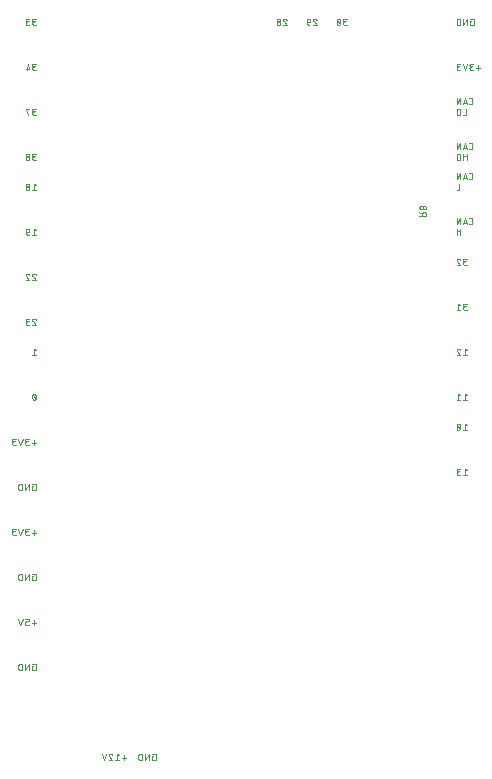
<source format=gbo>
G75*
%MOIN*%
%OFA0B0*%
%FSLAX25Y25*%
%IPPOS*%
%LPD*%
%AMOC8*
5,1,8,0,0,1.08239X$1,22.5*
%
%ADD10C,0.00200*%
D10*
X0008697Y0042263D02*
X0009309Y0042263D01*
X0009309Y0044463D01*
X0008697Y0044463D01*
X0008649Y0044461D01*
X0008601Y0044455D01*
X0008554Y0044446D01*
X0008508Y0044433D01*
X0008463Y0044416D01*
X0008420Y0044396D01*
X0008378Y0044373D01*
X0008338Y0044346D01*
X0008300Y0044317D01*
X0008265Y0044284D01*
X0008232Y0044249D01*
X0008203Y0044211D01*
X0008176Y0044171D01*
X0008153Y0044129D01*
X0008133Y0044086D01*
X0008116Y0044041D01*
X0008103Y0043995D01*
X0008094Y0043948D01*
X0008088Y0043900D01*
X0008086Y0043852D01*
X0008086Y0042874D01*
X0008088Y0042826D01*
X0008094Y0042778D01*
X0008103Y0042731D01*
X0008116Y0042685D01*
X0008133Y0042640D01*
X0008153Y0042597D01*
X0008176Y0042555D01*
X0008203Y0042515D01*
X0008232Y0042477D01*
X0008265Y0042442D01*
X0008300Y0042409D01*
X0008338Y0042380D01*
X0008378Y0042353D01*
X0008420Y0042330D01*
X0008463Y0042310D01*
X0008508Y0042293D01*
X0008554Y0042280D01*
X0008601Y0042271D01*
X0008649Y0042265D01*
X0008697Y0042263D01*
X0010390Y0042263D02*
X0010390Y0044463D01*
X0011613Y0044463D02*
X0010390Y0042263D01*
X0011613Y0042263D02*
X0011613Y0044463D01*
X0012694Y0044463D02*
X0013428Y0044463D01*
X0013471Y0044461D01*
X0013513Y0044456D01*
X0013555Y0044446D01*
X0013595Y0044434D01*
X0013635Y0044417D01*
X0013673Y0044397D01*
X0013708Y0044375D01*
X0013742Y0044349D01*
X0013774Y0044320D01*
X0013803Y0044288D01*
X0013829Y0044254D01*
X0013851Y0044219D01*
X0013871Y0044181D01*
X0013888Y0044141D01*
X0013900Y0044101D01*
X0013910Y0044059D01*
X0013915Y0044017D01*
X0013917Y0043974D01*
X0013917Y0042752D01*
X0013915Y0042709D01*
X0013910Y0042667D01*
X0013900Y0042625D01*
X0013888Y0042585D01*
X0013871Y0042545D01*
X0013851Y0042508D01*
X0013829Y0042472D01*
X0013803Y0042438D01*
X0013774Y0042406D01*
X0013742Y0042377D01*
X0013708Y0042351D01*
X0013673Y0042329D01*
X0013635Y0042309D01*
X0013595Y0042292D01*
X0013555Y0042280D01*
X0013513Y0042270D01*
X0013471Y0042265D01*
X0013428Y0042263D01*
X0012694Y0042263D01*
X0012694Y0043485D01*
X0013061Y0043485D01*
X0011490Y0057263D02*
X0010757Y0057263D01*
X0010714Y0057265D01*
X0010672Y0057270D01*
X0010630Y0057280D01*
X0010590Y0057292D01*
X0010550Y0057309D01*
X0010513Y0057329D01*
X0010477Y0057351D01*
X0010443Y0057377D01*
X0010411Y0057406D01*
X0010382Y0057438D01*
X0010356Y0057472D01*
X0010334Y0057507D01*
X0010314Y0057545D01*
X0010297Y0057585D01*
X0010285Y0057625D01*
X0010275Y0057667D01*
X0010270Y0057709D01*
X0010268Y0057752D01*
X0010268Y0057997D01*
X0010270Y0058040D01*
X0010275Y0058082D01*
X0010285Y0058124D01*
X0010297Y0058164D01*
X0010314Y0058204D01*
X0010334Y0058242D01*
X0010356Y0058277D01*
X0010382Y0058311D01*
X0010411Y0058343D01*
X0010443Y0058372D01*
X0010477Y0058398D01*
X0010513Y0058420D01*
X0010550Y0058440D01*
X0010590Y0058457D01*
X0010630Y0058469D01*
X0010672Y0058479D01*
X0010714Y0058484D01*
X0010757Y0058486D01*
X0010757Y0058485D02*
X0011490Y0058485D01*
X0011490Y0059463D01*
X0010268Y0059463D01*
X0009453Y0059463D02*
X0008719Y0057263D01*
X0007986Y0059463D01*
X0012450Y0058119D02*
X0013917Y0058119D01*
X0013183Y0058852D02*
X0013183Y0057385D01*
X0013428Y0072263D02*
X0012694Y0072263D01*
X0012694Y0073485D01*
X0013061Y0073485D01*
X0013917Y0073974D02*
X0013915Y0074017D01*
X0013910Y0074059D01*
X0013900Y0074101D01*
X0013888Y0074141D01*
X0013871Y0074181D01*
X0013851Y0074219D01*
X0013829Y0074254D01*
X0013803Y0074288D01*
X0013774Y0074320D01*
X0013742Y0074349D01*
X0013708Y0074375D01*
X0013673Y0074397D01*
X0013635Y0074417D01*
X0013595Y0074434D01*
X0013555Y0074446D01*
X0013513Y0074456D01*
X0013471Y0074461D01*
X0013428Y0074463D01*
X0012694Y0074463D01*
X0011613Y0074463D02*
X0011613Y0072263D01*
X0010390Y0072263D02*
X0010390Y0074463D01*
X0009309Y0074463D02*
X0008697Y0074463D01*
X0008649Y0074461D01*
X0008601Y0074455D01*
X0008554Y0074446D01*
X0008508Y0074433D01*
X0008463Y0074416D01*
X0008420Y0074396D01*
X0008378Y0074373D01*
X0008338Y0074346D01*
X0008300Y0074317D01*
X0008265Y0074284D01*
X0008232Y0074249D01*
X0008203Y0074211D01*
X0008176Y0074171D01*
X0008153Y0074129D01*
X0008133Y0074086D01*
X0008116Y0074041D01*
X0008103Y0073995D01*
X0008094Y0073948D01*
X0008088Y0073900D01*
X0008086Y0073852D01*
X0008086Y0072874D01*
X0008088Y0072826D01*
X0008094Y0072778D01*
X0008103Y0072731D01*
X0008116Y0072685D01*
X0008133Y0072640D01*
X0008153Y0072597D01*
X0008176Y0072555D01*
X0008203Y0072515D01*
X0008232Y0072477D01*
X0008265Y0072442D01*
X0008300Y0072409D01*
X0008338Y0072380D01*
X0008378Y0072353D01*
X0008420Y0072330D01*
X0008463Y0072310D01*
X0008508Y0072293D01*
X0008554Y0072280D01*
X0008601Y0072271D01*
X0008649Y0072265D01*
X0008697Y0072263D01*
X0009309Y0072263D01*
X0009309Y0074463D01*
X0011613Y0074463D02*
X0010390Y0072263D01*
X0013428Y0072263D02*
X0013471Y0072265D01*
X0013513Y0072270D01*
X0013555Y0072280D01*
X0013595Y0072292D01*
X0013635Y0072309D01*
X0013673Y0072329D01*
X0013708Y0072351D01*
X0013742Y0072377D01*
X0013774Y0072406D01*
X0013803Y0072438D01*
X0013829Y0072472D01*
X0013851Y0072508D01*
X0013871Y0072545D01*
X0013888Y0072585D01*
X0013900Y0072625D01*
X0013910Y0072667D01*
X0013915Y0072709D01*
X0013917Y0072752D01*
X0013917Y0073974D01*
X0013183Y0087385D02*
X0013183Y0088852D01*
X0012450Y0088119D02*
X0013917Y0088119D01*
X0011490Y0087263D02*
X0010879Y0087263D01*
X0010831Y0087265D01*
X0010783Y0087271D01*
X0010736Y0087280D01*
X0010690Y0087293D01*
X0010645Y0087310D01*
X0010602Y0087330D01*
X0010560Y0087353D01*
X0010520Y0087380D01*
X0010482Y0087409D01*
X0010447Y0087442D01*
X0010414Y0087477D01*
X0010385Y0087515D01*
X0010358Y0087555D01*
X0010335Y0087597D01*
X0010315Y0087640D01*
X0010298Y0087685D01*
X0010285Y0087731D01*
X0010276Y0087778D01*
X0010270Y0087826D01*
X0010268Y0087874D01*
X0010270Y0087922D01*
X0010276Y0087970D01*
X0010285Y0088017D01*
X0010298Y0088063D01*
X0010315Y0088108D01*
X0010335Y0088151D01*
X0010358Y0088193D01*
X0010385Y0088233D01*
X0010414Y0088271D01*
X0010447Y0088306D01*
X0010482Y0088339D01*
X0010520Y0088368D01*
X0010560Y0088395D01*
X0010602Y0088418D01*
X0010645Y0088438D01*
X0010690Y0088455D01*
X0010736Y0088468D01*
X0010783Y0088477D01*
X0010831Y0088483D01*
X0010879Y0088485D01*
X0010757Y0088485D02*
X0011246Y0088485D01*
X0010757Y0088485D02*
X0010714Y0088487D01*
X0010672Y0088492D01*
X0010630Y0088502D01*
X0010590Y0088514D01*
X0010550Y0088531D01*
X0010512Y0088551D01*
X0010477Y0088573D01*
X0010443Y0088599D01*
X0010411Y0088628D01*
X0010382Y0088660D01*
X0010356Y0088694D01*
X0010334Y0088730D01*
X0010314Y0088767D01*
X0010297Y0088807D01*
X0010285Y0088847D01*
X0010275Y0088889D01*
X0010270Y0088931D01*
X0010268Y0088974D01*
X0010270Y0089017D01*
X0010275Y0089059D01*
X0010285Y0089101D01*
X0010297Y0089141D01*
X0010314Y0089181D01*
X0010334Y0089219D01*
X0010356Y0089254D01*
X0010382Y0089288D01*
X0010411Y0089320D01*
X0010443Y0089349D01*
X0010477Y0089375D01*
X0010513Y0089397D01*
X0010550Y0089417D01*
X0010590Y0089434D01*
X0010630Y0089446D01*
X0010672Y0089456D01*
X0010714Y0089461D01*
X0010757Y0089463D01*
X0011490Y0089463D01*
X0009453Y0089463D02*
X0008719Y0087263D01*
X0007986Y0089463D01*
X0007170Y0089463D02*
X0006437Y0089463D01*
X0006394Y0089461D01*
X0006352Y0089456D01*
X0006310Y0089446D01*
X0006270Y0089434D01*
X0006230Y0089417D01*
X0006193Y0089397D01*
X0006157Y0089375D01*
X0006123Y0089349D01*
X0006091Y0089320D01*
X0006062Y0089288D01*
X0006036Y0089254D01*
X0006014Y0089219D01*
X0005994Y0089181D01*
X0005977Y0089141D01*
X0005965Y0089101D01*
X0005955Y0089059D01*
X0005950Y0089017D01*
X0005948Y0088974D01*
X0005950Y0088931D01*
X0005955Y0088889D01*
X0005965Y0088847D01*
X0005977Y0088807D01*
X0005994Y0088767D01*
X0006014Y0088730D01*
X0006036Y0088694D01*
X0006062Y0088660D01*
X0006091Y0088628D01*
X0006123Y0088599D01*
X0006157Y0088573D01*
X0006192Y0088551D01*
X0006230Y0088531D01*
X0006270Y0088514D01*
X0006310Y0088502D01*
X0006352Y0088492D01*
X0006394Y0088487D01*
X0006437Y0088485D01*
X0006926Y0088485D01*
X0006559Y0088485D02*
X0006511Y0088483D01*
X0006463Y0088477D01*
X0006416Y0088468D01*
X0006370Y0088455D01*
X0006325Y0088438D01*
X0006282Y0088418D01*
X0006240Y0088395D01*
X0006200Y0088368D01*
X0006162Y0088339D01*
X0006127Y0088306D01*
X0006094Y0088271D01*
X0006065Y0088233D01*
X0006038Y0088193D01*
X0006015Y0088151D01*
X0005995Y0088108D01*
X0005978Y0088063D01*
X0005965Y0088017D01*
X0005956Y0087970D01*
X0005950Y0087922D01*
X0005948Y0087874D01*
X0005950Y0087826D01*
X0005956Y0087778D01*
X0005965Y0087731D01*
X0005978Y0087685D01*
X0005995Y0087640D01*
X0006015Y0087597D01*
X0006038Y0087555D01*
X0006065Y0087515D01*
X0006094Y0087477D01*
X0006127Y0087442D01*
X0006162Y0087409D01*
X0006200Y0087380D01*
X0006240Y0087353D01*
X0006282Y0087330D01*
X0006325Y0087310D01*
X0006370Y0087293D01*
X0006416Y0087280D01*
X0006463Y0087271D01*
X0006511Y0087265D01*
X0006559Y0087263D01*
X0007170Y0087263D01*
X0008697Y0102263D02*
X0009309Y0102263D01*
X0009309Y0104463D01*
X0008697Y0104463D01*
X0008649Y0104461D01*
X0008601Y0104455D01*
X0008554Y0104446D01*
X0008508Y0104433D01*
X0008463Y0104416D01*
X0008420Y0104396D01*
X0008378Y0104373D01*
X0008338Y0104346D01*
X0008300Y0104317D01*
X0008265Y0104284D01*
X0008232Y0104249D01*
X0008203Y0104211D01*
X0008176Y0104171D01*
X0008153Y0104129D01*
X0008133Y0104086D01*
X0008116Y0104041D01*
X0008103Y0103995D01*
X0008094Y0103948D01*
X0008088Y0103900D01*
X0008086Y0103852D01*
X0008086Y0102874D01*
X0008088Y0102826D01*
X0008094Y0102778D01*
X0008103Y0102731D01*
X0008116Y0102685D01*
X0008133Y0102640D01*
X0008153Y0102597D01*
X0008176Y0102555D01*
X0008203Y0102515D01*
X0008232Y0102477D01*
X0008265Y0102442D01*
X0008300Y0102409D01*
X0008338Y0102380D01*
X0008378Y0102353D01*
X0008420Y0102330D01*
X0008463Y0102310D01*
X0008508Y0102293D01*
X0008554Y0102280D01*
X0008601Y0102271D01*
X0008649Y0102265D01*
X0008697Y0102263D01*
X0010390Y0102263D02*
X0010390Y0104463D01*
X0011613Y0104463D02*
X0010390Y0102263D01*
X0011613Y0102263D02*
X0011613Y0104463D01*
X0012694Y0104463D02*
X0013428Y0104463D01*
X0013471Y0104461D01*
X0013513Y0104456D01*
X0013555Y0104446D01*
X0013595Y0104434D01*
X0013635Y0104417D01*
X0013673Y0104397D01*
X0013708Y0104375D01*
X0013742Y0104349D01*
X0013774Y0104320D01*
X0013803Y0104288D01*
X0013829Y0104254D01*
X0013851Y0104219D01*
X0013871Y0104181D01*
X0013888Y0104141D01*
X0013900Y0104101D01*
X0013910Y0104059D01*
X0013915Y0104017D01*
X0013917Y0103974D01*
X0013917Y0102752D01*
X0013915Y0102709D01*
X0013910Y0102667D01*
X0013900Y0102625D01*
X0013888Y0102585D01*
X0013871Y0102545D01*
X0013851Y0102508D01*
X0013829Y0102472D01*
X0013803Y0102438D01*
X0013774Y0102406D01*
X0013742Y0102377D01*
X0013708Y0102351D01*
X0013673Y0102329D01*
X0013635Y0102309D01*
X0013595Y0102292D01*
X0013555Y0102280D01*
X0013513Y0102270D01*
X0013471Y0102265D01*
X0013428Y0102263D01*
X0012694Y0102263D01*
X0012694Y0103485D01*
X0013061Y0103485D01*
X0011490Y0117263D02*
X0010879Y0117263D01*
X0010831Y0117265D01*
X0010783Y0117271D01*
X0010736Y0117280D01*
X0010690Y0117293D01*
X0010645Y0117310D01*
X0010602Y0117330D01*
X0010560Y0117353D01*
X0010520Y0117380D01*
X0010482Y0117409D01*
X0010447Y0117442D01*
X0010414Y0117477D01*
X0010385Y0117515D01*
X0010358Y0117555D01*
X0010335Y0117597D01*
X0010315Y0117640D01*
X0010298Y0117685D01*
X0010285Y0117731D01*
X0010276Y0117778D01*
X0010270Y0117826D01*
X0010268Y0117874D01*
X0010270Y0117922D01*
X0010276Y0117970D01*
X0010285Y0118017D01*
X0010298Y0118063D01*
X0010315Y0118108D01*
X0010335Y0118151D01*
X0010358Y0118193D01*
X0010385Y0118233D01*
X0010414Y0118271D01*
X0010447Y0118306D01*
X0010482Y0118339D01*
X0010520Y0118368D01*
X0010560Y0118395D01*
X0010602Y0118418D01*
X0010645Y0118438D01*
X0010690Y0118455D01*
X0010736Y0118468D01*
X0010783Y0118477D01*
X0010831Y0118483D01*
X0010879Y0118485D01*
X0010757Y0118485D02*
X0011246Y0118485D01*
X0010757Y0118485D02*
X0010714Y0118487D01*
X0010672Y0118492D01*
X0010630Y0118502D01*
X0010590Y0118514D01*
X0010550Y0118531D01*
X0010512Y0118551D01*
X0010477Y0118573D01*
X0010443Y0118599D01*
X0010411Y0118628D01*
X0010382Y0118660D01*
X0010356Y0118694D01*
X0010334Y0118730D01*
X0010314Y0118767D01*
X0010297Y0118807D01*
X0010285Y0118847D01*
X0010275Y0118889D01*
X0010270Y0118931D01*
X0010268Y0118974D01*
X0010270Y0119017D01*
X0010275Y0119059D01*
X0010285Y0119101D01*
X0010297Y0119141D01*
X0010314Y0119181D01*
X0010334Y0119219D01*
X0010356Y0119254D01*
X0010382Y0119288D01*
X0010411Y0119320D01*
X0010443Y0119349D01*
X0010477Y0119375D01*
X0010513Y0119397D01*
X0010550Y0119417D01*
X0010590Y0119434D01*
X0010630Y0119446D01*
X0010672Y0119456D01*
X0010714Y0119461D01*
X0010757Y0119463D01*
X0011490Y0119463D01*
X0012450Y0118119D02*
X0013917Y0118119D01*
X0013183Y0118852D02*
X0013183Y0117385D01*
X0009453Y0119463D02*
X0008719Y0117263D01*
X0007986Y0119463D01*
X0007170Y0119463D02*
X0006437Y0119463D01*
X0006394Y0119461D01*
X0006352Y0119456D01*
X0006310Y0119446D01*
X0006270Y0119434D01*
X0006230Y0119417D01*
X0006193Y0119397D01*
X0006157Y0119375D01*
X0006123Y0119349D01*
X0006091Y0119320D01*
X0006062Y0119288D01*
X0006036Y0119254D01*
X0006014Y0119219D01*
X0005994Y0119181D01*
X0005977Y0119141D01*
X0005965Y0119101D01*
X0005955Y0119059D01*
X0005950Y0119017D01*
X0005948Y0118974D01*
X0005950Y0118931D01*
X0005955Y0118889D01*
X0005965Y0118847D01*
X0005977Y0118807D01*
X0005994Y0118767D01*
X0006014Y0118730D01*
X0006036Y0118694D01*
X0006062Y0118660D01*
X0006091Y0118628D01*
X0006123Y0118599D01*
X0006157Y0118573D01*
X0006192Y0118551D01*
X0006230Y0118531D01*
X0006270Y0118514D01*
X0006310Y0118502D01*
X0006352Y0118492D01*
X0006394Y0118487D01*
X0006437Y0118485D01*
X0006926Y0118485D01*
X0006559Y0118485D02*
X0006511Y0118483D01*
X0006463Y0118477D01*
X0006416Y0118468D01*
X0006370Y0118455D01*
X0006325Y0118438D01*
X0006282Y0118418D01*
X0006240Y0118395D01*
X0006200Y0118368D01*
X0006162Y0118339D01*
X0006127Y0118306D01*
X0006094Y0118271D01*
X0006065Y0118233D01*
X0006038Y0118193D01*
X0006015Y0118151D01*
X0005995Y0118108D01*
X0005978Y0118063D01*
X0005965Y0118017D01*
X0005956Y0117970D01*
X0005950Y0117922D01*
X0005948Y0117874D01*
X0005950Y0117826D01*
X0005956Y0117778D01*
X0005965Y0117731D01*
X0005978Y0117685D01*
X0005995Y0117640D01*
X0006015Y0117597D01*
X0006038Y0117555D01*
X0006065Y0117515D01*
X0006094Y0117477D01*
X0006127Y0117442D01*
X0006162Y0117409D01*
X0006200Y0117380D01*
X0006240Y0117353D01*
X0006282Y0117330D01*
X0006325Y0117310D01*
X0006370Y0117293D01*
X0006416Y0117280D01*
X0006463Y0117271D01*
X0006511Y0117265D01*
X0006559Y0117263D01*
X0007170Y0117263D01*
X0013305Y0132263D02*
X0013265Y0132265D01*
X0013225Y0132270D01*
X0013186Y0132279D01*
X0013148Y0132291D01*
X0013111Y0132307D01*
X0013076Y0132325D01*
X0013042Y0132347D01*
X0013011Y0132372D01*
X0012982Y0132399D01*
X0012955Y0132429D01*
X0012931Y0132461D01*
X0012910Y0132495D01*
X0012892Y0132531D01*
X0012877Y0132568D01*
X0013305Y0132263D02*
X0013345Y0132265D01*
X0013385Y0132270D01*
X0013424Y0132279D01*
X0013462Y0132291D01*
X0013499Y0132307D01*
X0013534Y0132325D01*
X0013568Y0132347D01*
X0013599Y0132372D01*
X0013628Y0132399D01*
X0013655Y0132429D01*
X0013679Y0132461D01*
X0013700Y0132495D01*
X0013718Y0132531D01*
X0013733Y0132568D01*
X0013794Y0132752D02*
X0012817Y0133974D01*
X0012877Y0134158D02*
X0012892Y0134195D01*
X0012910Y0134231D01*
X0012931Y0134265D01*
X0012955Y0134297D01*
X0012982Y0134327D01*
X0013011Y0134354D01*
X0013042Y0134379D01*
X0013076Y0134401D01*
X0013111Y0134419D01*
X0013148Y0134435D01*
X0013186Y0134447D01*
X0013225Y0134456D01*
X0013265Y0134461D01*
X0013305Y0134463D01*
X0013345Y0134461D01*
X0013385Y0134456D01*
X0013424Y0134447D01*
X0013462Y0134435D01*
X0013499Y0134419D01*
X0013534Y0134401D01*
X0013568Y0134379D01*
X0013599Y0134354D01*
X0013628Y0134327D01*
X0013655Y0134297D01*
X0013679Y0134265D01*
X0013700Y0134231D01*
X0013718Y0134195D01*
X0013733Y0134158D01*
X0012877Y0134157D02*
X0012843Y0134083D01*
X0012812Y0134007D01*
X0012785Y0133929D01*
X0012761Y0133850D01*
X0012740Y0133771D01*
X0012724Y0133690D01*
X0012711Y0133609D01*
X0012701Y0133527D01*
X0012696Y0133445D01*
X0012694Y0133363D01*
X0013917Y0133363D02*
X0013915Y0133445D01*
X0013910Y0133527D01*
X0013900Y0133609D01*
X0013887Y0133690D01*
X0013871Y0133771D01*
X0013850Y0133850D01*
X0013826Y0133929D01*
X0013799Y0134007D01*
X0013768Y0134083D01*
X0013734Y0134157D01*
X0012694Y0133363D02*
X0012696Y0133281D01*
X0012701Y0133199D01*
X0012711Y0133117D01*
X0012724Y0133036D01*
X0012740Y0132955D01*
X0012761Y0132876D01*
X0012785Y0132797D01*
X0012812Y0132719D01*
X0012843Y0132643D01*
X0012877Y0132569D01*
X0013733Y0132569D02*
X0013767Y0132643D01*
X0013798Y0132719D01*
X0013825Y0132797D01*
X0013849Y0132876D01*
X0013870Y0132955D01*
X0013886Y0133036D01*
X0013899Y0133117D01*
X0013909Y0133199D01*
X0013914Y0133281D01*
X0013916Y0133363D01*
X0013917Y0147263D02*
X0012694Y0147263D01*
X0013305Y0147263D02*
X0013305Y0149463D01*
X0013917Y0148974D01*
X0013917Y0157263D02*
X0012694Y0157263D01*
X0011757Y0157263D02*
X0011145Y0157263D01*
X0011097Y0157265D01*
X0011049Y0157271D01*
X0011002Y0157280D01*
X0010956Y0157293D01*
X0010911Y0157310D01*
X0010868Y0157330D01*
X0010826Y0157353D01*
X0010786Y0157380D01*
X0010748Y0157409D01*
X0010713Y0157442D01*
X0010680Y0157477D01*
X0010651Y0157515D01*
X0010624Y0157555D01*
X0010601Y0157597D01*
X0010581Y0157640D01*
X0010564Y0157685D01*
X0010551Y0157731D01*
X0010542Y0157778D01*
X0010536Y0157826D01*
X0010534Y0157874D01*
X0010536Y0157922D01*
X0010542Y0157970D01*
X0010551Y0158017D01*
X0010564Y0158063D01*
X0010581Y0158108D01*
X0010601Y0158151D01*
X0010624Y0158193D01*
X0010651Y0158233D01*
X0010680Y0158271D01*
X0010713Y0158306D01*
X0010748Y0158339D01*
X0010786Y0158368D01*
X0010826Y0158395D01*
X0010868Y0158418D01*
X0010911Y0158438D01*
X0010956Y0158455D01*
X0011002Y0158468D01*
X0011049Y0158477D01*
X0011097Y0158483D01*
X0011145Y0158485D01*
X0011023Y0158485D02*
X0011512Y0158485D01*
X0011023Y0158485D02*
X0010980Y0158487D01*
X0010938Y0158492D01*
X0010896Y0158502D01*
X0010856Y0158514D01*
X0010816Y0158531D01*
X0010778Y0158551D01*
X0010743Y0158573D01*
X0010709Y0158599D01*
X0010677Y0158628D01*
X0010648Y0158660D01*
X0010622Y0158694D01*
X0010600Y0158730D01*
X0010580Y0158767D01*
X0010563Y0158807D01*
X0010551Y0158847D01*
X0010541Y0158889D01*
X0010536Y0158931D01*
X0010534Y0158974D01*
X0010536Y0159017D01*
X0010541Y0159059D01*
X0010551Y0159101D01*
X0010563Y0159141D01*
X0010580Y0159181D01*
X0010600Y0159219D01*
X0010622Y0159254D01*
X0010648Y0159288D01*
X0010677Y0159320D01*
X0010709Y0159349D01*
X0010743Y0159375D01*
X0010779Y0159397D01*
X0010816Y0159417D01*
X0010856Y0159434D01*
X0010896Y0159446D01*
X0010938Y0159456D01*
X0010980Y0159461D01*
X0011023Y0159463D01*
X0011757Y0159463D01*
X0012878Y0158485D02*
X0013917Y0157263D01*
X0013917Y0158975D02*
X0013899Y0159024D01*
X0013877Y0159072D01*
X0013852Y0159118D01*
X0013824Y0159161D01*
X0013792Y0159203D01*
X0013758Y0159243D01*
X0013721Y0159279D01*
X0013681Y0159313D01*
X0013638Y0159344D01*
X0013594Y0159371D01*
X0013548Y0159395D01*
X0013500Y0159416D01*
X0013450Y0159433D01*
X0013400Y0159447D01*
X0013348Y0159456D01*
X0013296Y0159462D01*
X0013244Y0159464D01*
X0013244Y0159463D02*
X0013199Y0159461D01*
X0013153Y0159455D01*
X0013109Y0159446D01*
X0013065Y0159433D01*
X0013023Y0159417D01*
X0012982Y0159397D01*
X0012943Y0159373D01*
X0012906Y0159347D01*
X0012871Y0159318D01*
X0012839Y0159286D01*
X0012810Y0159251D01*
X0012784Y0159214D01*
X0012760Y0159175D01*
X0012740Y0159134D01*
X0012724Y0159092D01*
X0012711Y0159048D01*
X0012702Y0159004D01*
X0012696Y0158958D01*
X0012694Y0158913D01*
X0012696Y0158865D01*
X0012702Y0158818D01*
X0012711Y0158771D01*
X0012725Y0158725D01*
X0012742Y0158680D01*
X0012762Y0158637D01*
X0012786Y0158596D01*
X0012814Y0158556D01*
X0012844Y0158519D01*
X0012877Y0158485D01*
X0012694Y0172263D02*
X0013917Y0172263D01*
X0012878Y0173485D01*
X0013244Y0174464D02*
X0013296Y0174462D01*
X0013348Y0174456D01*
X0013400Y0174447D01*
X0013450Y0174433D01*
X0013500Y0174416D01*
X0013548Y0174395D01*
X0013594Y0174371D01*
X0013638Y0174344D01*
X0013681Y0174313D01*
X0013721Y0174279D01*
X0013758Y0174243D01*
X0013792Y0174203D01*
X0013824Y0174161D01*
X0013852Y0174118D01*
X0013877Y0174072D01*
X0013899Y0174024D01*
X0013917Y0173975D01*
X0012877Y0173485D02*
X0012844Y0173519D01*
X0012814Y0173556D01*
X0012786Y0173596D01*
X0012762Y0173637D01*
X0012742Y0173680D01*
X0012725Y0173725D01*
X0012711Y0173771D01*
X0012702Y0173818D01*
X0012696Y0173865D01*
X0012694Y0173913D01*
X0012696Y0173958D01*
X0012702Y0174004D01*
X0012711Y0174048D01*
X0012724Y0174092D01*
X0012740Y0174134D01*
X0012760Y0174175D01*
X0012784Y0174214D01*
X0012810Y0174251D01*
X0012839Y0174286D01*
X0012871Y0174318D01*
X0012906Y0174347D01*
X0012943Y0174373D01*
X0012982Y0174397D01*
X0013023Y0174417D01*
X0013065Y0174433D01*
X0013109Y0174446D01*
X0013153Y0174455D01*
X0013199Y0174461D01*
X0013244Y0174463D01*
X0010717Y0173485D02*
X0010684Y0173519D01*
X0010654Y0173556D01*
X0010626Y0173596D01*
X0010602Y0173637D01*
X0010582Y0173680D01*
X0010565Y0173725D01*
X0010551Y0173771D01*
X0010542Y0173818D01*
X0010536Y0173865D01*
X0010534Y0173913D01*
X0010718Y0173485D02*
X0011757Y0172263D01*
X0010534Y0172263D01*
X0011757Y0173975D02*
X0011739Y0174024D01*
X0011717Y0174072D01*
X0011692Y0174118D01*
X0011664Y0174161D01*
X0011632Y0174203D01*
X0011598Y0174243D01*
X0011561Y0174279D01*
X0011521Y0174313D01*
X0011478Y0174344D01*
X0011434Y0174371D01*
X0011388Y0174395D01*
X0011340Y0174416D01*
X0011290Y0174433D01*
X0011240Y0174447D01*
X0011188Y0174456D01*
X0011136Y0174462D01*
X0011084Y0174464D01*
X0011084Y0174463D02*
X0011039Y0174461D01*
X0010993Y0174455D01*
X0010949Y0174446D01*
X0010905Y0174433D01*
X0010863Y0174417D01*
X0010822Y0174397D01*
X0010783Y0174373D01*
X0010746Y0174347D01*
X0010711Y0174318D01*
X0010679Y0174286D01*
X0010650Y0174251D01*
X0010624Y0174214D01*
X0010600Y0174175D01*
X0010580Y0174134D01*
X0010564Y0174092D01*
X0010551Y0174048D01*
X0010542Y0174004D01*
X0010536Y0173958D01*
X0010534Y0173913D01*
X0012694Y0187263D02*
X0013917Y0187263D01*
X0013305Y0187263D02*
X0013305Y0189463D01*
X0013917Y0188974D01*
X0011757Y0188852D02*
X0011757Y0188730D01*
X0011755Y0188687D01*
X0011750Y0188645D01*
X0011740Y0188603D01*
X0011728Y0188563D01*
X0011711Y0188523D01*
X0011691Y0188486D01*
X0011669Y0188450D01*
X0011643Y0188416D01*
X0011614Y0188384D01*
X0011582Y0188355D01*
X0011548Y0188329D01*
X0011513Y0188307D01*
X0011475Y0188287D01*
X0011435Y0188270D01*
X0011395Y0188258D01*
X0011353Y0188248D01*
X0011311Y0188243D01*
X0011268Y0188241D01*
X0010534Y0188241D01*
X0010534Y0188852D01*
X0010536Y0188900D01*
X0010542Y0188948D01*
X0010551Y0188995D01*
X0010564Y0189041D01*
X0010581Y0189086D01*
X0010601Y0189129D01*
X0010624Y0189171D01*
X0010651Y0189211D01*
X0010680Y0189249D01*
X0010713Y0189284D01*
X0010748Y0189317D01*
X0010786Y0189346D01*
X0010826Y0189373D01*
X0010868Y0189396D01*
X0010911Y0189416D01*
X0010956Y0189433D01*
X0011002Y0189446D01*
X0011049Y0189455D01*
X0011097Y0189461D01*
X0011145Y0189463D01*
X0011193Y0189461D01*
X0011241Y0189455D01*
X0011288Y0189446D01*
X0011334Y0189433D01*
X0011379Y0189416D01*
X0011422Y0189396D01*
X0011464Y0189373D01*
X0011504Y0189346D01*
X0011542Y0189317D01*
X0011577Y0189284D01*
X0011610Y0189249D01*
X0011639Y0189211D01*
X0011666Y0189171D01*
X0011689Y0189129D01*
X0011709Y0189086D01*
X0011726Y0189041D01*
X0011739Y0188995D01*
X0011748Y0188948D01*
X0011754Y0188900D01*
X0011756Y0188852D01*
X0010534Y0188241D02*
X0010536Y0188180D01*
X0010542Y0188118D01*
X0010551Y0188058D01*
X0010565Y0187998D01*
X0010582Y0187939D01*
X0010603Y0187881D01*
X0010627Y0187825D01*
X0010655Y0187770D01*
X0010686Y0187717D01*
X0010721Y0187666D01*
X0010758Y0187618D01*
X0010799Y0187572D01*
X0010843Y0187528D01*
X0010889Y0187487D01*
X0010937Y0187450D01*
X0010988Y0187415D01*
X0011041Y0187384D01*
X0011096Y0187356D01*
X0011152Y0187332D01*
X0011210Y0187311D01*
X0011269Y0187294D01*
X0011329Y0187280D01*
X0011389Y0187271D01*
X0011451Y0187265D01*
X0011512Y0187263D01*
X0012694Y0202263D02*
X0013917Y0202263D01*
X0013305Y0202263D02*
X0013305Y0204463D01*
X0013917Y0203974D01*
X0011634Y0203974D02*
X0011632Y0203931D01*
X0011627Y0203889D01*
X0011617Y0203847D01*
X0011605Y0203807D01*
X0011588Y0203767D01*
X0011568Y0203730D01*
X0011546Y0203694D01*
X0011520Y0203660D01*
X0011491Y0203628D01*
X0011459Y0203599D01*
X0011425Y0203573D01*
X0011389Y0203551D01*
X0011352Y0203531D01*
X0011312Y0203514D01*
X0011272Y0203502D01*
X0011230Y0203492D01*
X0011188Y0203487D01*
X0011145Y0203485D01*
X0011102Y0203487D01*
X0011060Y0203492D01*
X0011018Y0203502D01*
X0010978Y0203514D01*
X0010938Y0203531D01*
X0010901Y0203551D01*
X0010865Y0203573D01*
X0010831Y0203599D01*
X0010799Y0203628D01*
X0010770Y0203660D01*
X0010744Y0203694D01*
X0010722Y0203730D01*
X0010702Y0203767D01*
X0010685Y0203807D01*
X0010673Y0203847D01*
X0010663Y0203889D01*
X0010658Y0203931D01*
X0010656Y0203974D01*
X0010658Y0204017D01*
X0010663Y0204059D01*
X0010673Y0204101D01*
X0010685Y0204141D01*
X0010702Y0204181D01*
X0010722Y0204219D01*
X0010744Y0204254D01*
X0010770Y0204288D01*
X0010799Y0204320D01*
X0010831Y0204349D01*
X0010865Y0204375D01*
X0010901Y0204397D01*
X0010938Y0204417D01*
X0010978Y0204434D01*
X0011018Y0204446D01*
X0011060Y0204456D01*
X0011102Y0204461D01*
X0011145Y0204463D01*
X0011188Y0204461D01*
X0011230Y0204456D01*
X0011272Y0204446D01*
X0011312Y0204434D01*
X0011352Y0204417D01*
X0011390Y0204397D01*
X0011425Y0204375D01*
X0011459Y0204349D01*
X0011491Y0204320D01*
X0011520Y0204288D01*
X0011546Y0204254D01*
X0011568Y0204219D01*
X0011588Y0204181D01*
X0011605Y0204141D01*
X0011617Y0204101D01*
X0011627Y0204059D01*
X0011632Y0204017D01*
X0011634Y0203974D01*
X0011756Y0202874D02*
X0011754Y0202826D01*
X0011748Y0202778D01*
X0011739Y0202731D01*
X0011726Y0202685D01*
X0011709Y0202640D01*
X0011689Y0202597D01*
X0011666Y0202555D01*
X0011639Y0202515D01*
X0011610Y0202477D01*
X0011577Y0202442D01*
X0011542Y0202409D01*
X0011504Y0202380D01*
X0011464Y0202353D01*
X0011422Y0202330D01*
X0011379Y0202310D01*
X0011334Y0202293D01*
X0011288Y0202280D01*
X0011241Y0202271D01*
X0011193Y0202265D01*
X0011145Y0202263D01*
X0011097Y0202265D01*
X0011049Y0202271D01*
X0011002Y0202280D01*
X0010956Y0202293D01*
X0010911Y0202310D01*
X0010868Y0202330D01*
X0010826Y0202353D01*
X0010786Y0202380D01*
X0010748Y0202409D01*
X0010713Y0202442D01*
X0010680Y0202477D01*
X0010651Y0202515D01*
X0010624Y0202555D01*
X0010601Y0202597D01*
X0010581Y0202640D01*
X0010564Y0202685D01*
X0010551Y0202731D01*
X0010542Y0202778D01*
X0010536Y0202826D01*
X0010534Y0202874D01*
X0010536Y0202922D01*
X0010542Y0202970D01*
X0010551Y0203017D01*
X0010564Y0203063D01*
X0010581Y0203108D01*
X0010601Y0203151D01*
X0010624Y0203193D01*
X0010651Y0203233D01*
X0010680Y0203271D01*
X0010713Y0203306D01*
X0010748Y0203339D01*
X0010786Y0203368D01*
X0010826Y0203395D01*
X0010868Y0203418D01*
X0010911Y0203438D01*
X0010956Y0203455D01*
X0011002Y0203468D01*
X0011049Y0203477D01*
X0011097Y0203483D01*
X0011145Y0203485D01*
X0011193Y0203483D01*
X0011241Y0203477D01*
X0011288Y0203468D01*
X0011334Y0203455D01*
X0011379Y0203438D01*
X0011422Y0203418D01*
X0011464Y0203395D01*
X0011504Y0203368D01*
X0011542Y0203339D01*
X0011577Y0203306D01*
X0011610Y0203271D01*
X0011639Y0203233D01*
X0011666Y0203193D01*
X0011689Y0203151D01*
X0011709Y0203108D01*
X0011726Y0203063D01*
X0011739Y0203017D01*
X0011748Y0202970D01*
X0011754Y0202922D01*
X0011756Y0202874D01*
X0013305Y0212263D02*
X0013917Y0212263D01*
X0013305Y0212263D02*
X0013257Y0212265D01*
X0013209Y0212271D01*
X0013162Y0212280D01*
X0013116Y0212293D01*
X0013071Y0212310D01*
X0013028Y0212330D01*
X0012986Y0212353D01*
X0012946Y0212380D01*
X0012908Y0212409D01*
X0012873Y0212442D01*
X0012840Y0212477D01*
X0012811Y0212515D01*
X0012784Y0212555D01*
X0012761Y0212597D01*
X0012741Y0212640D01*
X0012724Y0212685D01*
X0012711Y0212731D01*
X0012702Y0212778D01*
X0012696Y0212826D01*
X0012694Y0212874D01*
X0012696Y0212922D01*
X0012702Y0212970D01*
X0012711Y0213017D01*
X0012724Y0213063D01*
X0012741Y0213108D01*
X0012761Y0213151D01*
X0012784Y0213193D01*
X0012811Y0213233D01*
X0012840Y0213271D01*
X0012873Y0213306D01*
X0012908Y0213339D01*
X0012946Y0213368D01*
X0012986Y0213395D01*
X0013028Y0213418D01*
X0013071Y0213438D01*
X0013116Y0213455D01*
X0013162Y0213468D01*
X0013209Y0213477D01*
X0013257Y0213483D01*
X0013305Y0213485D01*
X0013183Y0213485D02*
X0013672Y0213485D01*
X0013183Y0213485D02*
X0013140Y0213487D01*
X0013098Y0213492D01*
X0013056Y0213502D01*
X0013016Y0213514D01*
X0012976Y0213531D01*
X0012938Y0213551D01*
X0012903Y0213573D01*
X0012869Y0213599D01*
X0012837Y0213628D01*
X0012808Y0213660D01*
X0012782Y0213694D01*
X0012760Y0213730D01*
X0012740Y0213767D01*
X0012723Y0213807D01*
X0012711Y0213847D01*
X0012701Y0213889D01*
X0012696Y0213931D01*
X0012694Y0213974D01*
X0012696Y0214017D01*
X0012701Y0214059D01*
X0012711Y0214101D01*
X0012723Y0214141D01*
X0012740Y0214181D01*
X0012760Y0214219D01*
X0012782Y0214254D01*
X0012808Y0214288D01*
X0012837Y0214320D01*
X0012869Y0214349D01*
X0012903Y0214375D01*
X0012939Y0214397D01*
X0012976Y0214417D01*
X0013016Y0214434D01*
X0013056Y0214446D01*
X0013098Y0214456D01*
X0013140Y0214461D01*
X0013183Y0214463D01*
X0013917Y0214463D01*
X0011634Y0213974D02*
X0011632Y0213931D01*
X0011627Y0213889D01*
X0011617Y0213847D01*
X0011605Y0213807D01*
X0011588Y0213767D01*
X0011568Y0213730D01*
X0011546Y0213694D01*
X0011520Y0213660D01*
X0011491Y0213628D01*
X0011459Y0213599D01*
X0011425Y0213573D01*
X0011389Y0213551D01*
X0011352Y0213531D01*
X0011312Y0213514D01*
X0011272Y0213502D01*
X0011230Y0213492D01*
X0011188Y0213487D01*
X0011145Y0213485D01*
X0011102Y0213487D01*
X0011060Y0213492D01*
X0011018Y0213502D01*
X0010978Y0213514D01*
X0010938Y0213531D01*
X0010901Y0213551D01*
X0010865Y0213573D01*
X0010831Y0213599D01*
X0010799Y0213628D01*
X0010770Y0213660D01*
X0010744Y0213694D01*
X0010722Y0213730D01*
X0010702Y0213767D01*
X0010685Y0213807D01*
X0010673Y0213847D01*
X0010663Y0213889D01*
X0010658Y0213931D01*
X0010656Y0213974D01*
X0010658Y0214017D01*
X0010663Y0214059D01*
X0010673Y0214101D01*
X0010685Y0214141D01*
X0010702Y0214181D01*
X0010722Y0214219D01*
X0010744Y0214254D01*
X0010770Y0214288D01*
X0010799Y0214320D01*
X0010831Y0214349D01*
X0010865Y0214375D01*
X0010901Y0214397D01*
X0010938Y0214417D01*
X0010978Y0214434D01*
X0011018Y0214446D01*
X0011060Y0214456D01*
X0011102Y0214461D01*
X0011145Y0214463D01*
X0011188Y0214461D01*
X0011230Y0214456D01*
X0011272Y0214446D01*
X0011312Y0214434D01*
X0011352Y0214417D01*
X0011390Y0214397D01*
X0011425Y0214375D01*
X0011459Y0214349D01*
X0011491Y0214320D01*
X0011520Y0214288D01*
X0011546Y0214254D01*
X0011568Y0214219D01*
X0011588Y0214181D01*
X0011605Y0214141D01*
X0011617Y0214101D01*
X0011627Y0214059D01*
X0011632Y0214017D01*
X0011634Y0213974D01*
X0011756Y0212874D02*
X0011754Y0212826D01*
X0011748Y0212778D01*
X0011739Y0212731D01*
X0011726Y0212685D01*
X0011709Y0212640D01*
X0011689Y0212597D01*
X0011666Y0212555D01*
X0011639Y0212515D01*
X0011610Y0212477D01*
X0011577Y0212442D01*
X0011542Y0212409D01*
X0011504Y0212380D01*
X0011464Y0212353D01*
X0011422Y0212330D01*
X0011379Y0212310D01*
X0011334Y0212293D01*
X0011288Y0212280D01*
X0011241Y0212271D01*
X0011193Y0212265D01*
X0011145Y0212263D01*
X0011097Y0212265D01*
X0011049Y0212271D01*
X0011002Y0212280D01*
X0010956Y0212293D01*
X0010911Y0212310D01*
X0010868Y0212330D01*
X0010826Y0212353D01*
X0010786Y0212380D01*
X0010748Y0212409D01*
X0010713Y0212442D01*
X0010680Y0212477D01*
X0010651Y0212515D01*
X0010624Y0212555D01*
X0010601Y0212597D01*
X0010581Y0212640D01*
X0010564Y0212685D01*
X0010551Y0212731D01*
X0010542Y0212778D01*
X0010536Y0212826D01*
X0010534Y0212874D01*
X0010536Y0212922D01*
X0010542Y0212970D01*
X0010551Y0213017D01*
X0010564Y0213063D01*
X0010581Y0213108D01*
X0010601Y0213151D01*
X0010624Y0213193D01*
X0010651Y0213233D01*
X0010680Y0213271D01*
X0010713Y0213306D01*
X0010748Y0213339D01*
X0010786Y0213368D01*
X0010826Y0213395D01*
X0010868Y0213418D01*
X0010911Y0213438D01*
X0010956Y0213455D01*
X0011002Y0213468D01*
X0011049Y0213477D01*
X0011097Y0213483D01*
X0011145Y0213485D01*
X0011193Y0213483D01*
X0011241Y0213477D01*
X0011288Y0213468D01*
X0011334Y0213455D01*
X0011379Y0213438D01*
X0011422Y0213418D01*
X0011464Y0213395D01*
X0011504Y0213368D01*
X0011542Y0213339D01*
X0011577Y0213306D01*
X0011610Y0213271D01*
X0011639Y0213233D01*
X0011666Y0213193D01*
X0011689Y0213151D01*
X0011709Y0213108D01*
X0011726Y0213063D01*
X0011739Y0213017D01*
X0011748Y0212970D01*
X0011754Y0212922D01*
X0011756Y0212874D01*
X0011145Y0227263D02*
X0010534Y0229463D01*
X0011757Y0229463D01*
X0011757Y0229219D01*
X0013183Y0229463D02*
X0013917Y0229463D01*
X0013183Y0229463D02*
X0013140Y0229461D01*
X0013098Y0229456D01*
X0013056Y0229446D01*
X0013016Y0229434D01*
X0012976Y0229417D01*
X0012939Y0229397D01*
X0012903Y0229375D01*
X0012869Y0229349D01*
X0012837Y0229320D01*
X0012808Y0229288D01*
X0012782Y0229254D01*
X0012760Y0229219D01*
X0012740Y0229181D01*
X0012723Y0229141D01*
X0012711Y0229101D01*
X0012701Y0229059D01*
X0012696Y0229017D01*
X0012694Y0228974D01*
X0012696Y0228931D01*
X0012701Y0228889D01*
X0012711Y0228847D01*
X0012723Y0228807D01*
X0012740Y0228767D01*
X0012760Y0228730D01*
X0012782Y0228694D01*
X0012808Y0228660D01*
X0012837Y0228628D01*
X0012869Y0228599D01*
X0012903Y0228573D01*
X0012938Y0228551D01*
X0012976Y0228531D01*
X0013016Y0228514D01*
X0013056Y0228502D01*
X0013098Y0228492D01*
X0013140Y0228487D01*
X0013183Y0228485D01*
X0013672Y0228485D01*
X0013305Y0228485D02*
X0013257Y0228483D01*
X0013209Y0228477D01*
X0013162Y0228468D01*
X0013116Y0228455D01*
X0013071Y0228438D01*
X0013028Y0228418D01*
X0012986Y0228395D01*
X0012946Y0228368D01*
X0012908Y0228339D01*
X0012873Y0228306D01*
X0012840Y0228271D01*
X0012811Y0228233D01*
X0012784Y0228193D01*
X0012761Y0228151D01*
X0012741Y0228108D01*
X0012724Y0228063D01*
X0012711Y0228017D01*
X0012702Y0227970D01*
X0012696Y0227922D01*
X0012694Y0227874D01*
X0012696Y0227826D01*
X0012702Y0227778D01*
X0012711Y0227731D01*
X0012724Y0227685D01*
X0012741Y0227640D01*
X0012761Y0227597D01*
X0012784Y0227555D01*
X0012811Y0227515D01*
X0012840Y0227477D01*
X0012873Y0227442D01*
X0012908Y0227409D01*
X0012946Y0227380D01*
X0012986Y0227353D01*
X0013028Y0227330D01*
X0013071Y0227310D01*
X0013116Y0227293D01*
X0013162Y0227280D01*
X0013209Y0227271D01*
X0013257Y0227265D01*
X0013305Y0227263D01*
X0013917Y0227263D01*
X0013917Y0242263D02*
X0013305Y0242263D01*
X0013257Y0242265D01*
X0013209Y0242271D01*
X0013162Y0242280D01*
X0013116Y0242293D01*
X0013071Y0242310D01*
X0013028Y0242330D01*
X0012986Y0242353D01*
X0012946Y0242380D01*
X0012908Y0242409D01*
X0012873Y0242442D01*
X0012840Y0242477D01*
X0012811Y0242515D01*
X0012784Y0242555D01*
X0012761Y0242597D01*
X0012741Y0242640D01*
X0012724Y0242685D01*
X0012711Y0242731D01*
X0012702Y0242778D01*
X0012696Y0242826D01*
X0012694Y0242874D01*
X0012696Y0242922D01*
X0012702Y0242970D01*
X0012711Y0243017D01*
X0012724Y0243063D01*
X0012741Y0243108D01*
X0012761Y0243151D01*
X0012784Y0243193D01*
X0012811Y0243233D01*
X0012840Y0243271D01*
X0012873Y0243306D01*
X0012908Y0243339D01*
X0012946Y0243368D01*
X0012986Y0243395D01*
X0013028Y0243418D01*
X0013071Y0243438D01*
X0013116Y0243455D01*
X0013162Y0243468D01*
X0013209Y0243477D01*
X0013257Y0243483D01*
X0013305Y0243485D01*
X0013183Y0243485D02*
X0013672Y0243485D01*
X0013183Y0243485D02*
X0013140Y0243487D01*
X0013098Y0243492D01*
X0013056Y0243502D01*
X0013016Y0243514D01*
X0012976Y0243531D01*
X0012938Y0243551D01*
X0012903Y0243573D01*
X0012869Y0243599D01*
X0012837Y0243628D01*
X0012808Y0243660D01*
X0012782Y0243694D01*
X0012760Y0243730D01*
X0012740Y0243767D01*
X0012723Y0243807D01*
X0012711Y0243847D01*
X0012701Y0243889D01*
X0012696Y0243931D01*
X0012694Y0243974D01*
X0012696Y0244017D01*
X0012701Y0244059D01*
X0012711Y0244101D01*
X0012723Y0244141D01*
X0012740Y0244181D01*
X0012760Y0244219D01*
X0012782Y0244254D01*
X0012808Y0244288D01*
X0012837Y0244320D01*
X0012869Y0244349D01*
X0012903Y0244375D01*
X0012939Y0244397D01*
X0012976Y0244417D01*
X0013016Y0244434D01*
X0013056Y0244446D01*
X0013098Y0244456D01*
X0013140Y0244461D01*
X0013183Y0244463D01*
X0013917Y0244463D01*
X0011268Y0244463D02*
X0011757Y0242752D01*
X0010534Y0242752D01*
X0010901Y0243241D02*
X0010901Y0242263D01*
X0011145Y0257263D02*
X0011757Y0257263D01*
X0011145Y0257263D02*
X0011097Y0257265D01*
X0011049Y0257271D01*
X0011002Y0257280D01*
X0010956Y0257293D01*
X0010911Y0257310D01*
X0010868Y0257330D01*
X0010826Y0257353D01*
X0010786Y0257380D01*
X0010748Y0257409D01*
X0010713Y0257442D01*
X0010680Y0257477D01*
X0010651Y0257515D01*
X0010624Y0257555D01*
X0010601Y0257597D01*
X0010581Y0257640D01*
X0010564Y0257685D01*
X0010551Y0257731D01*
X0010542Y0257778D01*
X0010536Y0257826D01*
X0010534Y0257874D01*
X0010536Y0257922D01*
X0010542Y0257970D01*
X0010551Y0258017D01*
X0010564Y0258063D01*
X0010581Y0258108D01*
X0010601Y0258151D01*
X0010624Y0258193D01*
X0010651Y0258233D01*
X0010680Y0258271D01*
X0010713Y0258306D01*
X0010748Y0258339D01*
X0010786Y0258368D01*
X0010826Y0258395D01*
X0010868Y0258418D01*
X0010911Y0258438D01*
X0010956Y0258455D01*
X0011002Y0258468D01*
X0011049Y0258477D01*
X0011097Y0258483D01*
X0011145Y0258485D01*
X0011023Y0258485D02*
X0011512Y0258485D01*
X0011023Y0258485D02*
X0010980Y0258487D01*
X0010938Y0258492D01*
X0010896Y0258502D01*
X0010856Y0258514D01*
X0010816Y0258531D01*
X0010778Y0258551D01*
X0010743Y0258573D01*
X0010709Y0258599D01*
X0010677Y0258628D01*
X0010648Y0258660D01*
X0010622Y0258694D01*
X0010600Y0258730D01*
X0010580Y0258767D01*
X0010563Y0258807D01*
X0010551Y0258847D01*
X0010541Y0258889D01*
X0010536Y0258931D01*
X0010534Y0258974D01*
X0010536Y0259017D01*
X0010541Y0259059D01*
X0010551Y0259101D01*
X0010563Y0259141D01*
X0010580Y0259181D01*
X0010600Y0259219D01*
X0010622Y0259254D01*
X0010648Y0259288D01*
X0010677Y0259320D01*
X0010709Y0259349D01*
X0010743Y0259375D01*
X0010779Y0259397D01*
X0010816Y0259417D01*
X0010856Y0259434D01*
X0010896Y0259446D01*
X0010938Y0259456D01*
X0010980Y0259461D01*
X0011023Y0259463D01*
X0011757Y0259463D01*
X0013183Y0259463D02*
X0013917Y0259463D01*
X0013183Y0259463D02*
X0013140Y0259461D01*
X0013098Y0259456D01*
X0013056Y0259446D01*
X0013016Y0259434D01*
X0012976Y0259417D01*
X0012939Y0259397D01*
X0012903Y0259375D01*
X0012869Y0259349D01*
X0012837Y0259320D01*
X0012808Y0259288D01*
X0012782Y0259254D01*
X0012760Y0259219D01*
X0012740Y0259181D01*
X0012723Y0259141D01*
X0012711Y0259101D01*
X0012701Y0259059D01*
X0012696Y0259017D01*
X0012694Y0258974D01*
X0012696Y0258931D01*
X0012701Y0258889D01*
X0012711Y0258847D01*
X0012723Y0258807D01*
X0012740Y0258767D01*
X0012760Y0258730D01*
X0012782Y0258694D01*
X0012808Y0258660D01*
X0012837Y0258628D01*
X0012869Y0258599D01*
X0012903Y0258573D01*
X0012938Y0258551D01*
X0012976Y0258531D01*
X0013016Y0258514D01*
X0013056Y0258502D01*
X0013098Y0258492D01*
X0013140Y0258487D01*
X0013183Y0258485D01*
X0013672Y0258485D01*
X0013305Y0258485D02*
X0013257Y0258483D01*
X0013209Y0258477D01*
X0013162Y0258468D01*
X0013116Y0258455D01*
X0013071Y0258438D01*
X0013028Y0258418D01*
X0012986Y0258395D01*
X0012946Y0258368D01*
X0012908Y0258339D01*
X0012873Y0258306D01*
X0012840Y0258271D01*
X0012811Y0258233D01*
X0012784Y0258193D01*
X0012761Y0258151D01*
X0012741Y0258108D01*
X0012724Y0258063D01*
X0012711Y0258017D01*
X0012702Y0257970D01*
X0012696Y0257922D01*
X0012694Y0257874D01*
X0012696Y0257826D01*
X0012702Y0257778D01*
X0012711Y0257731D01*
X0012724Y0257685D01*
X0012741Y0257640D01*
X0012761Y0257597D01*
X0012784Y0257555D01*
X0012811Y0257515D01*
X0012840Y0257477D01*
X0012873Y0257442D01*
X0012908Y0257409D01*
X0012946Y0257380D01*
X0012986Y0257353D01*
X0013028Y0257330D01*
X0013071Y0257310D01*
X0013116Y0257293D01*
X0013162Y0257280D01*
X0013209Y0257271D01*
X0013257Y0257265D01*
X0013305Y0257263D01*
X0013917Y0257263D01*
X0094117Y0257874D02*
X0094119Y0257826D01*
X0094125Y0257778D01*
X0094134Y0257731D01*
X0094147Y0257685D01*
X0094164Y0257640D01*
X0094184Y0257597D01*
X0094207Y0257555D01*
X0094234Y0257515D01*
X0094263Y0257477D01*
X0094296Y0257442D01*
X0094331Y0257409D01*
X0094369Y0257380D01*
X0094409Y0257353D01*
X0094451Y0257330D01*
X0094494Y0257310D01*
X0094539Y0257293D01*
X0094585Y0257280D01*
X0094632Y0257271D01*
X0094680Y0257265D01*
X0094728Y0257263D01*
X0094776Y0257265D01*
X0094824Y0257271D01*
X0094871Y0257280D01*
X0094917Y0257293D01*
X0094962Y0257310D01*
X0095005Y0257330D01*
X0095047Y0257353D01*
X0095087Y0257380D01*
X0095125Y0257409D01*
X0095160Y0257442D01*
X0095193Y0257477D01*
X0095222Y0257515D01*
X0095249Y0257555D01*
X0095272Y0257597D01*
X0095292Y0257640D01*
X0095309Y0257685D01*
X0095322Y0257731D01*
X0095331Y0257778D01*
X0095337Y0257826D01*
X0095339Y0257874D01*
X0095337Y0257922D01*
X0095331Y0257970D01*
X0095322Y0258017D01*
X0095309Y0258063D01*
X0095292Y0258108D01*
X0095272Y0258151D01*
X0095249Y0258193D01*
X0095222Y0258233D01*
X0095193Y0258271D01*
X0095160Y0258306D01*
X0095125Y0258339D01*
X0095087Y0258368D01*
X0095047Y0258395D01*
X0095005Y0258418D01*
X0094962Y0258438D01*
X0094917Y0258455D01*
X0094871Y0258468D01*
X0094824Y0258477D01*
X0094776Y0258483D01*
X0094728Y0258485D01*
X0094680Y0258483D01*
X0094632Y0258477D01*
X0094585Y0258468D01*
X0094539Y0258455D01*
X0094494Y0258438D01*
X0094451Y0258418D01*
X0094409Y0258395D01*
X0094369Y0258368D01*
X0094331Y0258339D01*
X0094296Y0258306D01*
X0094263Y0258271D01*
X0094234Y0258233D01*
X0094207Y0258193D01*
X0094184Y0258151D01*
X0094164Y0258108D01*
X0094147Y0258063D01*
X0094134Y0258017D01*
X0094125Y0257970D01*
X0094119Y0257922D01*
X0094117Y0257874D01*
X0094239Y0258974D02*
X0094241Y0258931D01*
X0094246Y0258889D01*
X0094256Y0258847D01*
X0094268Y0258807D01*
X0094285Y0258767D01*
X0094305Y0258730D01*
X0094327Y0258694D01*
X0094353Y0258660D01*
X0094382Y0258628D01*
X0094414Y0258599D01*
X0094448Y0258573D01*
X0094484Y0258551D01*
X0094521Y0258531D01*
X0094561Y0258514D01*
X0094601Y0258502D01*
X0094643Y0258492D01*
X0094685Y0258487D01*
X0094728Y0258485D01*
X0094771Y0258487D01*
X0094813Y0258492D01*
X0094855Y0258502D01*
X0094895Y0258514D01*
X0094935Y0258531D01*
X0094973Y0258551D01*
X0095008Y0258573D01*
X0095042Y0258599D01*
X0095074Y0258628D01*
X0095103Y0258660D01*
X0095129Y0258694D01*
X0095151Y0258730D01*
X0095171Y0258767D01*
X0095188Y0258807D01*
X0095200Y0258847D01*
X0095210Y0258889D01*
X0095215Y0258931D01*
X0095217Y0258974D01*
X0095215Y0259017D01*
X0095210Y0259059D01*
X0095200Y0259101D01*
X0095188Y0259141D01*
X0095171Y0259181D01*
X0095151Y0259219D01*
X0095129Y0259254D01*
X0095103Y0259288D01*
X0095074Y0259320D01*
X0095042Y0259349D01*
X0095008Y0259375D01*
X0094973Y0259397D01*
X0094935Y0259417D01*
X0094895Y0259434D01*
X0094855Y0259446D01*
X0094813Y0259456D01*
X0094771Y0259461D01*
X0094728Y0259463D01*
X0094685Y0259461D01*
X0094643Y0259456D01*
X0094601Y0259446D01*
X0094561Y0259434D01*
X0094521Y0259417D01*
X0094484Y0259397D01*
X0094448Y0259375D01*
X0094414Y0259349D01*
X0094382Y0259320D01*
X0094353Y0259288D01*
X0094327Y0259254D01*
X0094305Y0259219D01*
X0094285Y0259181D01*
X0094268Y0259141D01*
X0094256Y0259101D01*
X0094246Y0259059D01*
X0094241Y0259017D01*
X0094239Y0258974D01*
X0096460Y0258485D02*
X0097499Y0257263D01*
X0096277Y0257263D01*
X0097500Y0258975D02*
X0097482Y0259024D01*
X0097460Y0259072D01*
X0097435Y0259118D01*
X0097407Y0259161D01*
X0097375Y0259203D01*
X0097341Y0259243D01*
X0097304Y0259279D01*
X0097264Y0259313D01*
X0097221Y0259344D01*
X0097177Y0259371D01*
X0097131Y0259395D01*
X0097083Y0259416D01*
X0097033Y0259433D01*
X0096983Y0259447D01*
X0096931Y0259456D01*
X0096879Y0259462D01*
X0096827Y0259464D01*
X0096827Y0259463D02*
X0096782Y0259461D01*
X0096736Y0259455D01*
X0096692Y0259446D01*
X0096648Y0259433D01*
X0096606Y0259417D01*
X0096565Y0259397D01*
X0096526Y0259373D01*
X0096489Y0259347D01*
X0096454Y0259318D01*
X0096422Y0259286D01*
X0096393Y0259251D01*
X0096367Y0259214D01*
X0096343Y0259175D01*
X0096323Y0259134D01*
X0096307Y0259092D01*
X0096294Y0259048D01*
X0096285Y0259004D01*
X0096279Y0258958D01*
X0096277Y0258913D01*
X0096276Y0258913D02*
X0096278Y0258865D01*
X0096284Y0258818D01*
X0096293Y0258771D01*
X0096307Y0258725D01*
X0096324Y0258680D01*
X0096344Y0258637D01*
X0096368Y0258596D01*
X0096396Y0258556D01*
X0096426Y0258519D01*
X0096459Y0258485D01*
X0104117Y0258241D02*
X0104117Y0258852D01*
X0104119Y0258900D01*
X0104125Y0258948D01*
X0104134Y0258995D01*
X0104147Y0259041D01*
X0104164Y0259086D01*
X0104184Y0259129D01*
X0104207Y0259171D01*
X0104234Y0259211D01*
X0104263Y0259249D01*
X0104296Y0259284D01*
X0104331Y0259317D01*
X0104369Y0259346D01*
X0104409Y0259373D01*
X0104451Y0259396D01*
X0104494Y0259416D01*
X0104539Y0259433D01*
X0104585Y0259446D01*
X0104632Y0259455D01*
X0104680Y0259461D01*
X0104728Y0259463D01*
X0104776Y0259461D01*
X0104824Y0259455D01*
X0104871Y0259446D01*
X0104917Y0259433D01*
X0104962Y0259416D01*
X0105005Y0259396D01*
X0105047Y0259373D01*
X0105087Y0259346D01*
X0105125Y0259317D01*
X0105160Y0259284D01*
X0105193Y0259249D01*
X0105222Y0259211D01*
X0105249Y0259171D01*
X0105272Y0259129D01*
X0105292Y0259086D01*
X0105309Y0259041D01*
X0105322Y0258995D01*
X0105331Y0258948D01*
X0105337Y0258900D01*
X0105339Y0258852D01*
X0105339Y0258730D01*
X0105337Y0258687D01*
X0105332Y0258645D01*
X0105322Y0258603D01*
X0105310Y0258563D01*
X0105293Y0258523D01*
X0105273Y0258486D01*
X0105251Y0258450D01*
X0105225Y0258416D01*
X0105196Y0258384D01*
X0105164Y0258355D01*
X0105130Y0258329D01*
X0105095Y0258307D01*
X0105057Y0258287D01*
X0105017Y0258270D01*
X0104977Y0258258D01*
X0104935Y0258248D01*
X0104893Y0258243D01*
X0104850Y0258241D01*
X0104117Y0258241D01*
X0104116Y0258241D02*
X0104118Y0258180D01*
X0104124Y0258118D01*
X0104133Y0258058D01*
X0104147Y0257998D01*
X0104164Y0257939D01*
X0104185Y0257881D01*
X0104209Y0257825D01*
X0104237Y0257770D01*
X0104268Y0257717D01*
X0104303Y0257666D01*
X0104340Y0257618D01*
X0104381Y0257572D01*
X0104425Y0257528D01*
X0104471Y0257487D01*
X0104519Y0257450D01*
X0104570Y0257415D01*
X0104623Y0257384D01*
X0104678Y0257356D01*
X0104734Y0257332D01*
X0104792Y0257311D01*
X0104851Y0257294D01*
X0104911Y0257280D01*
X0104971Y0257271D01*
X0105033Y0257265D01*
X0105094Y0257263D01*
X0106277Y0257263D02*
X0107499Y0257263D01*
X0106460Y0258485D01*
X0106827Y0259464D02*
X0106879Y0259462D01*
X0106931Y0259456D01*
X0106983Y0259447D01*
X0107033Y0259433D01*
X0107083Y0259416D01*
X0107131Y0259395D01*
X0107177Y0259371D01*
X0107221Y0259344D01*
X0107264Y0259313D01*
X0107304Y0259279D01*
X0107341Y0259243D01*
X0107375Y0259203D01*
X0107407Y0259161D01*
X0107435Y0259118D01*
X0107460Y0259072D01*
X0107482Y0259024D01*
X0107500Y0258975D01*
X0106459Y0258485D02*
X0106426Y0258519D01*
X0106396Y0258556D01*
X0106368Y0258596D01*
X0106344Y0258637D01*
X0106324Y0258680D01*
X0106307Y0258725D01*
X0106293Y0258771D01*
X0106284Y0258818D01*
X0106278Y0258865D01*
X0106276Y0258913D01*
X0106277Y0258913D02*
X0106279Y0258958D01*
X0106285Y0259004D01*
X0106294Y0259048D01*
X0106307Y0259092D01*
X0106323Y0259134D01*
X0106343Y0259175D01*
X0106367Y0259214D01*
X0106393Y0259251D01*
X0106422Y0259286D01*
X0106454Y0259318D01*
X0106489Y0259347D01*
X0106526Y0259373D01*
X0106565Y0259397D01*
X0106606Y0259417D01*
X0106648Y0259433D01*
X0106692Y0259446D01*
X0106736Y0259455D01*
X0106782Y0259461D01*
X0106827Y0259463D01*
X0115156Y0257569D02*
X0115190Y0257643D01*
X0115221Y0257719D01*
X0115248Y0257797D01*
X0115272Y0257876D01*
X0115293Y0257955D01*
X0115309Y0258036D01*
X0115322Y0258117D01*
X0115332Y0258199D01*
X0115337Y0258281D01*
X0115339Y0258363D01*
X0114116Y0258363D02*
X0114118Y0258445D01*
X0114123Y0258527D01*
X0114133Y0258609D01*
X0114146Y0258690D01*
X0114162Y0258771D01*
X0114183Y0258850D01*
X0114207Y0258929D01*
X0114234Y0259007D01*
X0114265Y0259083D01*
X0114299Y0259157D01*
X0114239Y0258974D02*
X0115217Y0257752D01*
X0114728Y0257263D02*
X0114688Y0257265D01*
X0114648Y0257270D01*
X0114609Y0257279D01*
X0114571Y0257291D01*
X0114534Y0257307D01*
X0114499Y0257325D01*
X0114465Y0257347D01*
X0114434Y0257372D01*
X0114405Y0257399D01*
X0114378Y0257429D01*
X0114354Y0257461D01*
X0114333Y0257495D01*
X0114315Y0257531D01*
X0114300Y0257568D01*
X0114728Y0257263D02*
X0114768Y0257265D01*
X0114808Y0257270D01*
X0114847Y0257279D01*
X0114885Y0257291D01*
X0114922Y0257307D01*
X0114957Y0257325D01*
X0114991Y0257347D01*
X0115022Y0257372D01*
X0115051Y0257399D01*
X0115078Y0257429D01*
X0115102Y0257461D01*
X0115123Y0257495D01*
X0115141Y0257531D01*
X0115156Y0257568D01*
X0114299Y0257569D02*
X0114265Y0257643D01*
X0114234Y0257719D01*
X0114207Y0257797D01*
X0114183Y0257876D01*
X0114162Y0257955D01*
X0114146Y0258036D01*
X0114133Y0258117D01*
X0114123Y0258199D01*
X0114118Y0258281D01*
X0114116Y0258363D01*
X0115339Y0258363D02*
X0115337Y0258445D01*
X0115332Y0258527D01*
X0115322Y0258609D01*
X0115309Y0258690D01*
X0115293Y0258771D01*
X0115272Y0258850D01*
X0115248Y0258929D01*
X0115221Y0259007D01*
X0115190Y0259083D01*
X0115156Y0259157D01*
X0114728Y0259463D02*
X0114688Y0259461D01*
X0114648Y0259456D01*
X0114609Y0259447D01*
X0114571Y0259435D01*
X0114534Y0259419D01*
X0114499Y0259401D01*
X0114465Y0259379D01*
X0114434Y0259354D01*
X0114405Y0259327D01*
X0114378Y0259297D01*
X0114354Y0259265D01*
X0114333Y0259231D01*
X0114315Y0259195D01*
X0114300Y0259158D01*
X0114728Y0259463D02*
X0114768Y0259461D01*
X0114808Y0259456D01*
X0114847Y0259447D01*
X0114885Y0259435D01*
X0114922Y0259419D01*
X0114957Y0259401D01*
X0114991Y0259379D01*
X0115022Y0259354D01*
X0115051Y0259327D01*
X0115078Y0259297D01*
X0115102Y0259265D01*
X0115123Y0259231D01*
X0115141Y0259195D01*
X0115156Y0259158D01*
X0116765Y0259463D02*
X0116722Y0259461D01*
X0116680Y0259456D01*
X0116638Y0259446D01*
X0116598Y0259434D01*
X0116558Y0259417D01*
X0116521Y0259397D01*
X0116485Y0259375D01*
X0116451Y0259349D01*
X0116419Y0259320D01*
X0116390Y0259288D01*
X0116364Y0259254D01*
X0116342Y0259219D01*
X0116322Y0259181D01*
X0116305Y0259141D01*
X0116293Y0259101D01*
X0116283Y0259059D01*
X0116278Y0259017D01*
X0116276Y0258974D01*
X0116278Y0258931D01*
X0116283Y0258889D01*
X0116293Y0258847D01*
X0116305Y0258807D01*
X0116322Y0258767D01*
X0116342Y0258730D01*
X0116364Y0258694D01*
X0116390Y0258660D01*
X0116419Y0258628D01*
X0116451Y0258599D01*
X0116485Y0258573D01*
X0116521Y0258551D01*
X0116558Y0258531D01*
X0116598Y0258514D01*
X0116638Y0258502D01*
X0116680Y0258492D01*
X0116722Y0258487D01*
X0116765Y0258485D01*
X0117254Y0258485D01*
X0116888Y0258485D02*
X0116840Y0258483D01*
X0116792Y0258477D01*
X0116745Y0258468D01*
X0116699Y0258455D01*
X0116654Y0258438D01*
X0116611Y0258418D01*
X0116569Y0258395D01*
X0116529Y0258368D01*
X0116491Y0258339D01*
X0116456Y0258306D01*
X0116423Y0258271D01*
X0116394Y0258233D01*
X0116367Y0258193D01*
X0116344Y0258151D01*
X0116324Y0258108D01*
X0116307Y0258063D01*
X0116294Y0258017D01*
X0116285Y0257970D01*
X0116279Y0257922D01*
X0116277Y0257874D01*
X0116279Y0257826D01*
X0116285Y0257778D01*
X0116294Y0257731D01*
X0116307Y0257685D01*
X0116324Y0257640D01*
X0116344Y0257597D01*
X0116367Y0257555D01*
X0116394Y0257515D01*
X0116423Y0257477D01*
X0116456Y0257442D01*
X0116491Y0257409D01*
X0116529Y0257380D01*
X0116569Y0257353D01*
X0116611Y0257330D01*
X0116654Y0257310D01*
X0116699Y0257293D01*
X0116745Y0257280D01*
X0116792Y0257271D01*
X0116840Y0257265D01*
X0116888Y0257263D01*
X0117499Y0257263D01*
X0117499Y0259463D02*
X0116765Y0259463D01*
X0154117Y0258852D02*
X0154117Y0257874D01*
X0154119Y0257826D01*
X0154125Y0257778D01*
X0154134Y0257731D01*
X0154147Y0257685D01*
X0154164Y0257640D01*
X0154184Y0257597D01*
X0154207Y0257555D01*
X0154234Y0257515D01*
X0154263Y0257477D01*
X0154296Y0257442D01*
X0154331Y0257409D01*
X0154369Y0257380D01*
X0154409Y0257353D01*
X0154451Y0257330D01*
X0154494Y0257310D01*
X0154539Y0257293D01*
X0154585Y0257280D01*
X0154632Y0257271D01*
X0154680Y0257265D01*
X0154728Y0257263D01*
X0155339Y0257263D01*
X0155339Y0259463D01*
X0154728Y0259463D01*
X0154680Y0259461D01*
X0154632Y0259455D01*
X0154585Y0259446D01*
X0154539Y0259433D01*
X0154494Y0259416D01*
X0154451Y0259396D01*
X0154409Y0259373D01*
X0154369Y0259346D01*
X0154331Y0259317D01*
X0154296Y0259284D01*
X0154263Y0259249D01*
X0154234Y0259211D01*
X0154207Y0259171D01*
X0154184Y0259129D01*
X0154164Y0259086D01*
X0154147Y0259041D01*
X0154134Y0258995D01*
X0154125Y0258948D01*
X0154119Y0258900D01*
X0154117Y0258852D01*
X0156421Y0259463D02*
X0156421Y0257263D01*
X0157643Y0259463D01*
X0157643Y0257263D01*
X0158725Y0257263D02*
X0158725Y0258485D01*
X0159091Y0258485D01*
X0159947Y0258974D02*
X0159945Y0259017D01*
X0159940Y0259059D01*
X0159930Y0259101D01*
X0159918Y0259141D01*
X0159901Y0259181D01*
X0159881Y0259219D01*
X0159859Y0259254D01*
X0159833Y0259288D01*
X0159804Y0259320D01*
X0159772Y0259349D01*
X0159738Y0259375D01*
X0159703Y0259397D01*
X0159665Y0259417D01*
X0159625Y0259434D01*
X0159585Y0259446D01*
X0159543Y0259456D01*
X0159501Y0259461D01*
X0159458Y0259463D01*
X0158725Y0259463D01*
X0159947Y0258974D02*
X0159947Y0257752D01*
X0159945Y0257709D01*
X0159940Y0257667D01*
X0159930Y0257625D01*
X0159918Y0257585D01*
X0159901Y0257545D01*
X0159881Y0257508D01*
X0159859Y0257472D01*
X0159833Y0257438D01*
X0159804Y0257406D01*
X0159772Y0257377D01*
X0159738Y0257351D01*
X0159703Y0257329D01*
X0159665Y0257309D01*
X0159625Y0257292D01*
X0159585Y0257280D01*
X0159543Y0257270D01*
X0159501Y0257265D01*
X0159458Y0257263D01*
X0158725Y0257263D01*
X0158925Y0244463D02*
X0159659Y0244463D01*
X0158925Y0244463D02*
X0158882Y0244461D01*
X0158840Y0244456D01*
X0158798Y0244446D01*
X0158758Y0244434D01*
X0158718Y0244417D01*
X0158681Y0244397D01*
X0158645Y0244375D01*
X0158611Y0244349D01*
X0158579Y0244320D01*
X0158550Y0244288D01*
X0158524Y0244254D01*
X0158502Y0244219D01*
X0158482Y0244181D01*
X0158465Y0244141D01*
X0158453Y0244101D01*
X0158443Y0244059D01*
X0158438Y0244017D01*
X0158436Y0243974D01*
X0158438Y0243931D01*
X0158443Y0243889D01*
X0158453Y0243847D01*
X0158465Y0243807D01*
X0158482Y0243767D01*
X0158502Y0243730D01*
X0158524Y0243694D01*
X0158550Y0243660D01*
X0158579Y0243628D01*
X0158611Y0243599D01*
X0158645Y0243573D01*
X0158681Y0243551D01*
X0158718Y0243531D01*
X0158758Y0243514D01*
X0158798Y0243502D01*
X0158840Y0243492D01*
X0158882Y0243487D01*
X0158925Y0243485D01*
X0159414Y0243485D01*
X0159048Y0243485D02*
X0159000Y0243483D01*
X0158952Y0243477D01*
X0158905Y0243468D01*
X0158859Y0243455D01*
X0158814Y0243438D01*
X0158771Y0243418D01*
X0158729Y0243395D01*
X0158689Y0243368D01*
X0158651Y0243339D01*
X0158616Y0243306D01*
X0158583Y0243271D01*
X0158554Y0243233D01*
X0158527Y0243193D01*
X0158504Y0243151D01*
X0158484Y0243108D01*
X0158467Y0243063D01*
X0158454Y0243017D01*
X0158445Y0242970D01*
X0158439Y0242922D01*
X0158437Y0242874D01*
X0158439Y0242826D01*
X0158445Y0242778D01*
X0158454Y0242731D01*
X0158467Y0242685D01*
X0158484Y0242640D01*
X0158504Y0242597D01*
X0158527Y0242555D01*
X0158554Y0242515D01*
X0158583Y0242477D01*
X0158616Y0242442D01*
X0158651Y0242409D01*
X0158689Y0242380D01*
X0158729Y0242353D01*
X0158771Y0242330D01*
X0158814Y0242310D01*
X0158859Y0242293D01*
X0158905Y0242280D01*
X0158952Y0242271D01*
X0159000Y0242265D01*
X0159048Y0242263D01*
X0159659Y0242263D01*
X0160618Y0243119D02*
X0162085Y0243119D01*
X0161352Y0243852D02*
X0161352Y0242385D01*
X0157621Y0244463D02*
X0156888Y0242263D01*
X0156154Y0244463D01*
X0155339Y0244463D02*
X0154605Y0244463D01*
X0154562Y0244461D01*
X0154520Y0244456D01*
X0154478Y0244446D01*
X0154438Y0244434D01*
X0154398Y0244417D01*
X0154361Y0244397D01*
X0154325Y0244375D01*
X0154291Y0244349D01*
X0154259Y0244320D01*
X0154230Y0244288D01*
X0154204Y0244254D01*
X0154182Y0244219D01*
X0154162Y0244181D01*
X0154145Y0244141D01*
X0154133Y0244101D01*
X0154123Y0244059D01*
X0154118Y0244017D01*
X0154116Y0243974D01*
X0154118Y0243931D01*
X0154123Y0243889D01*
X0154133Y0243847D01*
X0154145Y0243807D01*
X0154162Y0243767D01*
X0154182Y0243730D01*
X0154204Y0243694D01*
X0154230Y0243660D01*
X0154259Y0243628D01*
X0154291Y0243599D01*
X0154325Y0243573D01*
X0154361Y0243551D01*
X0154398Y0243531D01*
X0154438Y0243514D01*
X0154478Y0243502D01*
X0154520Y0243492D01*
X0154562Y0243487D01*
X0154605Y0243485D01*
X0155094Y0243485D01*
X0154728Y0243485D02*
X0154680Y0243483D01*
X0154632Y0243477D01*
X0154585Y0243468D01*
X0154539Y0243455D01*
X0154494Y0243438D01*
X0154451Y0243418D01*
X0154409Y0243395D01*
X0154369Y0243368D01*
X0154331Y0243339D01*
X0154296Y0243306D01*
X0154263Y0243271D01*
X0154234Y0243233D01*
X0154207Y0243193D01*
X0154184Y0243151D01*
X0154164Y0243108D01*
X0154147Y0243063D01*
X0154134Y0243017D01*
X0154125Y0242970D01*
X0154119Y0242922D01*
X0154117Y0242874D01*
X0154119Y0242826D01*
X0154125Y0242778D01*
X0154134Y0242731D01*
X0154147Y0242685D01*
X0154164Y0242640D01*
X0154184Y0242597D01*
X0154207Y0242555D01*
X0154234Y0242515D01*
X0154263Y0242477D01*
X0154296Y0242442D01*
X0154331Y0242409D01*
X0154369Y0242380D01*
X0154409Y0242353D01*
X0154451Y0242330D01*
X0154494Y0242310D01*
X0154539Y0242293D01*
X0154585Y0242280D01*
X0154632Y0242271D01*
X0154680Y0242265D01*
X0154728Y0242263D01*
X0155339Y0242263D01*
X0155339Y0233063D02*
X0154117Y0230863D01*
X0154117Y0233063D01*
X0155339Y0233063D02*
X0155339Y0230863D01*
X0156226Y0230863D02*
X0156960Y0233063D01*
X0157693Y0230863D01*
X0157510Y0231413D02*
X0156410Y0231413D01*
X0158399Y0230863D02*
X0158888Y0230863D01*
X0158931Y0230865D01*
X0158973Y0230870D01*
X0159015Y0230880D01*
X0159055Y0230892D01*
X0159095Y0230909D01*
X0159133Y0230929D01*
X0159168Y0230951D01*
X0159202Y0230977D01*
X0159234Y0231006D01*
X0159263Y0231038D01*
X0159289Y0231072D01*
X0159311Y0231108D01*
X0159331Y0231145D01*
X0159348Y0231185D01*
X0159360Y0231225D01*
X0159370Y0231267D01*
X0159375Y0231309D01*
X0159377Y0231352D01*
X0159377Y0232574D01*
X0159375Y0232617D01*
X0159370Y0232659D01*
X0159360Y0232701D01*
X0159348Y0232741D01*
X0159331Y0232781D01*
X0159311Y0232819D01*
X0159289Y0232854D01*
X0159263Y0232888D01*
X0159234Y0232920D01*
X0159202Y0232949D01*
X0159168Y0232975D01*
X0159133Y0232997D01*
X0159095Y0233017D01*
X0159055Y0233034D01*
X0159015Y0233046D01*
X0158973Y0233056D01*
X0158931Y0233061D01*
X0158888Y0233063D01*
X0158399Y0233063D01*
X0157134Y0229463D02*
X0157134Y0227263D01*
X0156157Y0227263D01*
X0155339Y0227874D02*
X0155339Y0228852D01*
X0155337Y0228900D01*
X0155331Y0228948D01*
X0155322Y0228995D01*
X0155309Y0229041D01*
X0155292Y0229086D01*
X0155272Y0229129D01*
X0155249Y0229171D01*
X0155222Y0229211D01*
X0155193Y0229249D01*
X0155160Y0229284D01*
X0155125Y0229317D01*
X0155087Y0229346D01*
X0155047Y0229373D01*
X0155005Y0229396D01*
X0154962Y0229416D01*
X0154917Y0229433D01*
X0154871Y0229446D01*
X0154824Y0229455D01*
X0154776Y0229461D01*
X0154728Y0229463D01*
X0154680Y0229461D01*
X0154632Y0229455D01*
X0154585Y0229446D01*
X0154539Y0229433D01*
X0154494Y0229416D01*
X0154451Y0229396D01*
X0154409Y0229373D01*
X0154369Y0229346D01*
X0154331Y0229317D01*
X0154296Y0229284D01*
X0154263Y0229249D01*
X0154234Y0229211D01*
X0154207Y0229171D01*
X0154184Y0229129D01*
X0154164Y0229086D01*
X0154147Y0229041D01*
X0154134Y0228995D01*
X0154125Y0228948D01*
X0154119Y0228900D01*
X0154117Y0228852D01*
X0154117Y0227874D01*
X0154119Y0227826D01*
X0154125Y0227778D01*
X0154134Y0227731D01*
X0154147Y0227685D01*
X0154164Y0227640D01*
X0154184Y0227597D01*
X0154207Y0227555D01*
X0154234Y0227515D01*
X0154263Y0227477D01*
X0154296Y0227442D01*
X0154331Y0227409D01*
X0154369Y0227380D01*
X0154409Y0227353D01*
X0154451Y0227330D01*
X0154494Y0227310D01*
X0154539Y0227293D01*
X0154585Y0227280D01*
X0154632Y0227271D01*
X0154680Y0227265D01*
X0154728Y0227263D01*
X0154776Y0227265D01*
X0154824Y0227271D01*
X0154871Y0227280D01*
X0154917Y0227293D01*
X0154962Y0227310D01*
X0155005Y0227330D01*
X0155047Y0227353D01*
X0155087Y0227380D01*
X0155125Y0227409D01*
X0155160Y0227442D01*
X0155193Y0227477D01*
X0155222Y0227515D01*
X0155249Y0227555D01*
X0155272Y0227597D01*
X0155292Y0227640D01*
X0155309Y0227685D01*
X0155322Y0227731D01*
X0155331Y0227778D01*
X0155337Y0227826D01*
X0155339Y0227874D01*
X0155339Y0218063D02*
X0154117Y0215863D01*
X0154117Y0218063D01*
X0155339Y0218063D02*
X0155339Y0215863D01*
X0156226Y0215863D02*
X0156960Y0218063D01*
X0157693Y0215863D01*
X0157510Y0216413D02*
X0156410Y0216413D01*
X0156349Y0214463D02*
X0156349Y0212263D01*
X0155339Y0212874D02*
X0155339Y0213852D01*
X0155337Y0213900D01*
X0155331Y0213948D01*
X0155322Y0213995D01*
X0155309Y0214041D01*
X0155292Y0214086D01*
X0155272Y0214129D01*
X0155249Y0214171D01*
X0155222Y0214211D01*
X0155193Y0214249D01*
X0155160Y0214284D01*
X0155125Y0214317D01*
X0155087Y0214346D01*
X0155047Y0214373D01*
X0155005Y0214396D01*
X0154962Y0214416D01*
X0154917Y0214433D01*
X0154871Y0214446D01*
X0154824Y0214455D01*
X0154776Y0214461D01*
X0154728Y0214463D01*
X0154680Y0214461D01*
X0154632Y0214455D01*
X0154585Y0214446D01*
X0154539Y0214433D01*
X0154494Y0214416D01*
X0154451Y0214396D01*
X0154409Y0214373D01*
X0154369Y0214346D01*
X0154331Y0214317D01*
X0154296Y0214284D01*
X0154263Y0214249D01*
X0154234Y0214211D01*
X0154207Y0214171D01*
X0154184Y0214129D01*
X0154164Y0214086D01*
X0154147Y0214041D01*
X0154134Y0213995D01*
X0154125Y0213948D01*
X0154119Y0213900D01*
X0154117Y0213852D01*
X0154117Y0212874D01*
X0154119Y0212826D01*
X0154125Y0212778D01*
X0154134Y0212731D01*
X0154147Y0212685D01*
X0154164Y0212640D01*
X0154184Y0212597D01*
X0154207Y0212555D01*
X0154234Y0212515D01*
X0154263Y0212477D01*
X0154296Y0212442D01*
X0154331Y0212409D01*
X0154369Y0212380D01*
X0154409Y0212353D01*
X0154451Y0212330D01*
X0154494Y0212310D01*
X0154539Y0212293D01*
X0154585Y0212280D01*
X0154632Y0212271D01*
X0154680Y0212265D01*
X0154728Y0212263D01*
X0154776Y0212265D01*
X0154824Y0212271D01*
X0154871Y0212280D01*
X0154917Y0212293D01*
X0154962Y0212310D01*
X0155005Y0212330D01*
X0155047Y0212353D01*
X0155087Y0212380D01*
X0155125Y0212409D01*
X0155160Y0212442D01*
X0155193Y0212477D01*
X0155222Y0212515D01*
X0155249Y0212555D01*
X0155272Y0212597D01*
X0155292Y0212640D01*
X0155309Y0212685D01*
X0155322Y0212731D01*
X0155331Y0212778D01*
X0155337Y0212826D01*
X0155339Y0212874D01*
X0156349Y0213485D02*
X0157571Y0213485D01*
X0157571Y0214463D02*
X0157571Y0212263D01*
X0156960Y0208063D02*
X0156226Y0205863D01*
X0156410Y0206413D02*
X0157510Y0206413D01*
X0157693Y0205863D02*
X0156960Y0208063D01*
X0158399Y0208063D02*
X0158888Y0208063D01*
X0158931Y0208061D01*
X0158973Y0208056D01*
X0159015Y0208046D01*
X0159055Y0208034D01*
X0159095Y0208017D01*
X0159133Y0207997D01*
X0159168Y0207975D01*
X0159202Y0207949D01*
X0159234Y0207920D01*
X0159263Y0207888D01*
X0159289Y0207854D01*
X0159311Y0207819D01*
X0159331Y0207781D01*
X0159348Y0207741D01*
X0159360Y0207701D01*
X0159370Y0207659D01*
X0159375Y0207617D01*
X0159377Y0207574D01*
X0159377Y0206352D01*
X0159375Y0206309D01*
X0159370Y0206267D01*
X0159360Y0206225D01*
X0159348Y0206185D01*
X0159331Y0206145D01*
X0159311Y0206108D01*
X0159289Y0206072D01*
X0159263Y0206038D01*
X0159234Y0206006D01*
X0159202Y0205977D01*
X0159168Y0205951D01*
X0159133Y0205929D01*
X0159095Y0205909D01*
X0159055Y0205892D01*
X0159015Y0205880D01*
X0158973Y0205870D01*
X0158931Y0205865D01*
X0158888Y0205863D01*
X0158399Y0205863D01*
X0155339Y0205863D02*
X0155339Y0208063D01*
X0154117Y0205863D01*
X0154117Y0208063D01*
X0155094Y0204463D02*
X0155094Y0202263D01*
X0154117Y0202263D01*
X0154117Y0193063D02*
X0154117Y0190863D01*
X0155339Y0193063D01*
X0155339Y0190863D01*
X0156226Y0190863D02*
X0156960Y0193063D01*
X0157693Y0190863D01*
X0157510Y0191413D02*
X0156410Y0191413D01*
X0158399Y0190863D02*
X0158888Y0190863D01*
X0158931Y0190865D01*
X0158973Y0190870D01*
X0159015Y0190880D01*
X0159055Y0190892D01*
X0159095Y0190909D01*
X0159133Y0190929D01*
X0159168Y0190951D01*
X0159202Y0190977D01*
X0159234Y0191006D01*
X0159263Y0191038D01*
X0159289Y0191072D01*
X0159311Y0191108D01*
X0159331Y0191145D01*
X0159348Y0191185D01*
X0159360Y0191225D01*
X0159370Y0191267D01*
X0159375Y0191309D01*
X0159377Y0191352D01*
X0159377Y0192574D01*
X0159375Y0192617D01*
X0159370Y0192659D01*
X0159360Y0192701D01*
X0159348Y0192741D01*
X0159331Y0192781D01*
X0159311Y0192819D01*
X0159289Y0192854D01*
X0159263Y0192888D01*
X0159234Y0192920D01*
X0159202Y0192949D01*
X0159168Y0192975D01*
X0159133Y0192997D01*
X0159095Y0193017D01*
X0159055Y0193034D01*
X0159015Y0193046D01*
X0158973Y0193056D01*
X0158931Y0193061D01*
X0158888Y0193063D01*
X0158399Y0193063D01*
X0155339Y0189463D02*
X0155339Y0187263D01*
X0154117Y0187263D02*
X0154117Y0189463D01*
X0154117Y0188485D02*
X0155339Y0188485D01*
X0156765Y0179463D02*
X0157499Y0179463D01*
X0156765Y0179463D02*
X0156722Y0179461D01*
X0156680Y0179456D01*
X0156638Y0179446D01*
X0156598Y0179434D01*
X0156558Y0179417D01*
X0156521Y0179397D01*
X0156485Y0179375D01*
X0156451Y0179349D01*
X0156419Y0179320D01*
X0156390Y0179288D01*
X0156364Y0179254D01*
X0156342Y0179219D01*
X0156322Y0179181D01*
X0156305Y0179141D01*
X0156293Y0179101D01*
X0156283Y0179059D01*
X0156278Y0179017D01*
X0156276Y0178974D01*
X0156278Y0178931D01*
X0156283Y0178889D01*
X0156293Y0178847D01*
X0156305Y0178807D01*
X0156322Y0178767D01*
X0156342Y0178730D01*
X0156364Y0178694D01*
X0156390Y0178660D01*
X0156419Y0178628D01*
X0156451Y0178599D01*
X0156485Y0178573D01*
X0156521Y0178551D01*
X0156558Y0178531D01*
X0156598Y0178514D01*
X0156638Y0178502D01*
X0156680Y0178492D01*
X0156722Y0178487D01*
X0156765Y0178485D01*
X0157254Y0178485D01*
X0156888Y0178485D02*
X0156840Y0178483D01*
X0156792Y0178477D01*
X0156745Y0178468D01*
X0156699Y0178455D01*
X0156654Y0178438D01*
X0156611Y0178418D01*
X0156569Y0178395D01*
X0156529Y0178368D01*
X0156491Y0178339D01*
X0156456Y0178306D01*
X0156423Y0178271D01*
X0156394Y0178233D01*
X0156367Y0178193D01*
X0156344Y0178151D01*
X0156324Y0178108D01*
X0156307Y0178063D01*
X0156294Y0178017D01*
X0156285Y0177970D01*
X0156279Y0177922D01*
X0156277Y0177874D01*
X0156279Y0177826D01*
X0156285Y0177778D01*
X0156294Y0177731D01*
X0156307Y0177685D01*
X0156324Y0177640D01*
X0156344Y0177597D01*
X0156367Y0177555D01*
X0156394Y0177515D01*
X0156423Y0177477D01*
X0156456Y0177442D01*
X0156491Y0177409D01*
X0156529Y0177380D01*
X0156569Y0177353D01*
X0156611Y0177330D01*
X0156654Y0177310D01*
X0156699Y0177293D01*
X0156745Y0177280D01*
X0156792Y0177271D01*
X0156840Y0177265D01*
X0156888Y0177263D01*
X0157499Y0177263D01*
X0155339Y0177263D02*
X0154300Y0178485D01*
X0154667Y0179464D02*
X0154719Y0179462D01*
X0154771Y0179456D01*
X0154823Y0179447D01*
X0154873Y0179433D01*
X0154923Y0179416D01*
X0154971Y0179395D01*
X0155017Y0179371D01*
X0155061Y0179344D01*
X0155104Y0179313D01*
X0155144Y0179279D01*
X0155181Y0179243D01*
X0155215Y0179203D01*
X0155247Y0179161D01*
X0155275Y0179118D01*
X0155300Y0179072D01*
X0155322Y0179024D01*
X0155340Y0178975D01*
X0154299Y0178485D02*
X0154266Y0178519D01*
X0154236Y0178556D01*
X0154208Y0178596D01*
X0154184Y0178637D01*
X0154164Y0178680D01*
X0154147Y0178725D01*
X0154133Y0178771D01*
X0154124Y0178818D01*
X0154118Y0178865D01*
X0154116Y0178913D01*
X0154117Y0178913D02*
X0154119Y0178958D01*
X0154125Y0179004D01*
X0154134Y0179048D01*
X0154147Y0179092D01*
X0154163Y0179134D01*
X0154183Y0179175D01*
X0154207Y0179214D01*
X0154233Y0179251D01*
X0154262Y0179286D01*
X0154294Y0179318D01*
X0154329Y0179347D01*
X0154366Y0179373D01*
X0154405Y0179397D01*
X0154446Y0179417D01*
X0154488Y0179433D01*
X0154532Y0179446D01*
X0154576Y0179455D01*
X0154622Y0179461D01*
X0154667Y0179463D01*
X0154117Y0177263D02*
X0155339Y0177263D01*
X0154728Y0164463D02*
X0154728Y0162263D01*
X0155339Y0162263D02*
X0154117Y0162263D01*
X0155339Y0163974D02*
X0154728Y0164463D01*
X0156765Y0164463D02*
X0157499Y0164463D01*
X0156765Y0164463D02*
X0156722Y0164461D01*
X0156680Y0164456D01*
X0156638Y0164446D01*
X0156598Y0164434D01*
X0156558Y0164417D01*
X0156521Y0164397D01*
X0156485Y0164375D01*
X0156451Y0164349D01*
X0156419Y0164320D01*
X0156390Y0164288D01*
X0156364Y0164254D01*
X0156342Y0164219D01*
X0156322Y0164181D01*
X0156305Y0164141D01*
X0156293Y0164101D01*
X0156283Y0164059D01*
X0156278Y0164017D01*
X0156276Y0163974D01*
X0156278Y0163931D01*
X0156283Y0163889D01*
X0156293Y0163847D01*
X0156305Y0163807D01*
X0156322Y0163767D01*
X0156342Y0163730D01*
X0156364Y0163694D01*
X0156390Y0163660D01*
X0156419Y0163628D01*
X0156451Y0163599D01*
X0156485Y0163573D01*
X0156521Y0163551D01*
X0156558Y0163531D01*
X0156598Y0163514D01*
X0156638Y0163502D01*
X0156680Y0163492D01*
X0156722Y0163487D01*
X0156765Y0163485D01*
X0157254Y0163485D01*
X0156888Y0163485D02*
X0156840Y0163483D01*
X0156792Y0163477D01*
X0156745Y0163468D01*
X0156699Y0163455D01*
X0156654Y0163438D01*
X0156611Y0163418D01*
X0156569Y0163395D01*
X0156529Y0163368D01*
X0156491Y0163339D01*
X0156456Y0163306D01*
X0156423Y0163271D01*
X0156394Y0163233D01*
X0156367Y0163193D01*
X0156344Y0163151D01*
X0156324Y0163108D01*
X0156307Y0163063D01*
X0156294Y0163017D01*
X0156285Y0162970D01*
X0156279Y0162922D01*
X0156277Y0162874D01*
X0156279Y0162826D01*
X0156285Y0162778D01*
X0156294Y0162731D01*
X0156307Y0162685D01*
X0156324Y0162640D01*
X0156344Y0162597D01*
X0156367Y0162555D01*
X0156394Y0162515D01*
X0156423Y0162477D01*
X0156456Y0162442D01*
X0156491Y0162409D01*
X0156529Y0162380D01*
X0156569Y0162353D01*
X0156611Y0162330D01*
X0156654Y0162310D01*
X0156699Y0162293D01*
X0156745Y0162280D01*
X0156792Y0162271D01*
X0156840Y0162265D01*
X0156888Y0162263D01*
X0157499Y0162263D01*
X0156888Y0149463D02*
X0156888Y0147263D01*
X0157499Y0147263D02*
X0156277Y0147263D01*
X0155339Y0147263D02*
X0154300Y0148485D01*
X0154667Y0149464D02*
X0154719Y0149462D01*
X0154771Y0149456D01*
X0154823Y0149447D01*
X0154873Y0149433D01*
X0154923Y0149416D01*
X0154971Y0149395D01*
X0155017Y0149371D01*
X0155061Y0149344D01*
X0155104Y0149313D01*
X0155144Y0149279D01*
X0155181Y0149243D01*
X0155215Y0149203D01*
X0155247Y0149161D01*
X0155275Y0149118D01*
X0155300Y0149072D01*
X0155322Y0149024D01*
X0155340Y0148975D01*
X0154299Y0148485D02*
X0154266Y0148519D01*
X0154236Y0148556D01*
X0154208Y0148596D01*
X0154184Y0148637D01*
X0154164Y0148680D01*
X0154147Y0148725D01*
X0154133Y0148771D01*
X0154124Y0148818D01*
X0154118Y0148865D01*
X0154116Y0148913D01*
X0154117Y0148913D02*
X0154119Y0148958D01*
X0154125Y0149004D01*
X0154134Y0149048D01*
X0154147Y0149092D01*
X0154163Y0149134D01*
X0154183Y0149175D01*
X0154207Y0149214D01*
X0154233Y0149251D01*
X0154262Y0149286D01*
X0154294Y0149318D01*
X0154329Y0149347D01*
X0154366Y0149373D01*
X0154405Y0149397D01*
X0154446Y0149417D01*
X0154488Y0149433D01*
X0154532Y0149446D01*
X0154576Y0149455D01*
X0154622Y0149461D01*
X0154667Y0149463D01*
X0156888Y0149463D02*
X0157499Y0148974D01*
X0155339Y0147263D02*
X0154117Y0147263D01*
X0154728Y0134463D02*
X0154728Y0132263D01*
X0155339Y0132263D02*
X0154117Y0132263D01*
X0155339Y0133974D02*
X0154728Y0134463D01*
X0156888Y0134463D02*
X0156888Y0132263D01*
X0157499Y0132263D02*
X0156277Y0132263D01*
X0157499Y0133974D02*
X0156888Y0134463D01*
X0156888Y0124463D02*
X0156888Y0122263D01*
X0157499Y0122263D02*
X0156277Y0122263D01*
X0154299Y0122569D02*
X0154265Y0122643D01*
X0154234Y0122719D01*
X0154207Y0122797D01*
X0154183Y0122876D01*
X0154162Y0122955D01*
X0154146Y0123036D01*
X0154133Y0123117D01*
X0154123Y0123199D01*
X0154118Y0123281D01*
X0154116Y0123363D01*
X0155339Y0123363D02*
X0155337Y0123445D01*
X0155332Y0123527D01*
X0155322Y0123609D01*
X0155309Y0123690D01*
X0155293Y0123771D01*
X0155272Y0123850D01*
X0155248Y0123929D01*
X0155221Y0124007D01*
X0155190Y0124083D01*
X0155156Y0124157D01*
X0154728Y0124463D02*
X0154688Y0124461D01*
X0154648Y0124456D01*
X0154609Y0124447D01*
X0154571Y0124435D01*
X0154534Y0124419D01*
X0154499Y0124401D01*
X0154465Y0124379D01*
X0154434Y0124354D01*
X0154405Y0124327D01*
X0154378Y0124297D01*
X0154354Y0124265D01*
X0154333Y0124231D01*
X0154315Y0124195D01*
X0154300Y0124158D01*
X0154239Y0123974D02*
X0155217Y0122752D01*
X0154728Y0122263D02*
X0154688Y0122265D01*
X0154648Y0122270D01*
X0154609Y0122279D01*
X0154571Y0122291D01*
X0154534Y0122307D01*
X0154499Y0122325D01*
X0154465Y0122347D01*
X0154434Y0122372D01*
X0154405Y0122399D01*
X0154378Y0122429D01*
X0154354Y0122461D01*
X0154333Y0122495D01*
X0154315Y0122531D01*
X0154300Y0122568D01*
X0154728Y0122263D02*
X0154768Y0122265D01*
X0154808Y0122270D01*
X0154847Y0122279D01*
X0154885Y0122291D01*
X0154922Y0122307D01*
X0154957Y0122325D01*
X0154991Y0122347D01*
X0155022Y0122372D01*
X0155051Y0122399D01*
X0155078Y0122429D01*
X0155102Y0122461D01*
X0155123Y0122495D01*
X0155141Y0122531D01*
X0155156Y0122568D01*
X0154116Y0123363D02*
X0154118Y0123445D01*
X0154123Y0123527D01*
X0154133Y0123609D01*
X0154146Y0123690D01*
X0154162Y0123771D01*
X0154183Y0123850D01*
X0154207Y0123929D01*
X0154234Y0124007D01*
X0154265Y0124083D01*
X0154299Y0124157D01*
X0154728Y0124463D02*
X0154768Y0124461D01*
X0154808Y0124456D01*
X0154847Y0124447D01*
X0154885Y0124435D01*
X0154922Y0124419D01*
X0154957Y0124401D01*
X0154991Y0124379D01*
X0155022Y0124354D01*
X0155051Y0124327D01*
X0155078Y0124297D01*
X0155102Y0124265D01*
X0155123Y0124231D01*
X0155141Y0124195D01*
X0155156Y0124158D01*
X0156888Y0124463D02*
X0157499Y0123974D01*
X0155339Y0123363D02*
X0155337Y0123281D01*
X0155332Y0123199D01*
X0155322Y0123117D01*
X0155309Y0123036D01*
X0155293Y0122955D01*
X0155272Y0122876D01*
X0155248Y0122797D01*
X0155221Y0122719D01*
X0155190Y0122643D01*
X0155156Y0122569D01*
X0155339Y0109463D02*
X0154605Y0109463D01*
X0154562Y0109461D01*
X0154520Y0109456D01*
X0154478Y0109446D01*
X0154438Y0109434D01*
X0154398Y0109417D01*
X0154361Y0109397D01*
X0154325Y0109375D01*
X0154291Y0109349D01*
X0154259Y0109320D01*
X0154230Y0109288D01*
X0154204Y0109254D01*
X0154182Y0109219D01*
X0154162Y0109181D01*
X0154145Y0109141D01*
X0154133Y0109101D01*
X0154123Y0109059D01*
X0154118Y0109017D01*
X0154116Y0108974D01*
X0154118Y0108931D01*
X0154123Y0108889D01*
X0154133Y0108847D01*
X0154145Y0108807D01*
X0154162Y0108767D01*
X0154182Y0108730D01*
X0154204Y0108694D01*
X0154230Y0108660D01*
X0154259Y0108628D01*
X0154291Y0108599D01*
X0154325Y0108573D01*
X0154361Y0108551D01*
X0154398Y0108531D01*
X0154438Y0108514D01*
X0154478Y0108502D01*
X0154520Y0108492D01*
X0154562Y0108487D01*
X0154605Y0108485D01*
X0155094Y0108485D01*
X0154728Y0108485D02*
X0154680Y0108483D01*
X0154632Y0108477D01*
X0154585Y0108468D01*
X0154539Y0108455D01*
X0154494Y0108438D01*
X0154451Y0108418D01*
X0154409Y0108395D01*
X0154369Y0108368D01*
X0154331Y0108339D01*
X0154296Y0108306D01*
X0154263Y0108271D01*
X0154234Y0108233D01*
X0154207Y0108193D01*
X0154184Y0108151D01*
X0154164Y0108108D01*
X0154147Y0108063D01*
X0154134Y0108017D01*
X0154125Y0107970D01*
X0154119Y0107922D01*
X0154117Y0107874D01*
X0154119Y0107826D01*
X0154125Y0107778D01*
X0154134Y0107731D01*
X0154147Y0107685D01*
X0154164Y0107640D01*
X0154184Y0107597D01*
X0154207Y0107555D01*
X0154234Y0107515D01*
X0154263Y0107477D01*
X0154296Y0107442D01*
X0154331Y0107409D01*
X0154369Y0107380D01*
X0154409Y0107353D01*
X0154451Y0107330D01*
X0154494Y0107310D01*
X0154539Y0107293D01*
X0154585Y0107280D01*
X0154632Y0107271D01*
X0154680Y0107265D01*
X0154728Y0107263D01*
X0155339Y0107263D01*
X0156277Y0107263D02*
X0157499Y0107263D01*
X0156888Y0107263D02*
X0156888Y0109463D01*
X0157499Y0108974D01*
X0143917Y0193695D02*
X0141717Y0193695D01*
X0142694Y0193695D02*
X0142694Y0194306D01*
X0142694Y0194429D02*
X0141717Y0194917D01*
X0142328Y0195841D02*
X0142280Y0195843D01*
X0142232Y0195849D01*
X0142185Y0195858D01*
X0142139Y0195871D01*
X0142094Y0195888D01*
X0142051Y0195908D01*
X0142009Y0195931D01*
X0141969Y0195958D01*
X0141931Y0195987D01*
X0141896Y0196020D01*
X0141863Y0196055D01*
X0141834Y0196093D01*
X0141807Y0196133D01*
X0141784Y0196175D01*
X0141764Y0196218D01*
X0141747Y0196263D01*
X0141734Y0196309D01*
X0141725Y0196356D01*
X0141719Y0196404D01*
X0141717Y0196452D01*
X0141719Y0196500D01*
X0141725Y0196548D01*
X0141734Y0196595D01*
X0141747Y0196641D01*
X0141764Y0196686D01*
X0141784Y0196729D01*
X0141807Y0196771D01*
X0141834Y0196811D01*
X0141863Y0196849D01*
X0141896Y0196884D01*
X0141931Y0196917D01*
X0141969Y0196946D01*
X0142009Y0196973D01*
X0142051Y0196996D01*
X0142094Y0197016D01*
X0142139Y0197033D01*
X0142185Y0197046D01*
X0142232Y0197055D01*
X0142280Y0197061D01*
X0142328Y0197063D01*
X0142376Y0197061D01*
X0142424Y0197055D01*
X0142471Y0197046D01*
X0142517Y0197033D01*
X0142562Y0197016D01*
X0142605Y0196996D01*
X0142647Y0196973D01*
X0142687Y0196946D01*
X0142725Y0196917D01*
X0142760Y0196884D01*
X0142793Y0196849D01*
X0142822Y0196811D01*
X0142849Y0196771D01*
X0142872Y0196729D01*
X0142892Y0196686D01*
X0142909Y0196641D01*
X0142922Y0196595D01*
X0142931Y0196548D01*
X0142937Y0196500D01*
X0142939Y0196452D01*
X0142937Y0196404D01*
X0142931Y0196356D01*
X0142922Y0196309D01*
X0142909Y0196263D01*
X0142892Y0196218D01*
X0142872Y0196175D01*
X0142849Y0196133D01*
X0142822Y0196093D01*
X0142793Y0196055D01*
X0142760Y0196020D01*
X0142725Y0195987D01*
X0142687Y0195958D01*
X0142647Y0195931D01*
X0142605Y0195908D01*
X0142562Y0195888D01*
X0142517Y0195871D01*
X0142471Y0195858D01*
X0142424Y0195849D01*
X0142376Y0195843D01*
X0142328Y0195841D01*
X0143428Y0195963D02*
X0143385Y0195965D01*
X0143343Y0195970D01*
X0143301Y0195980D01*
X0143261Y0195992D01*
X0143221Y0196009D01*
X0143184Y0196029D01*
X0143148Y0196051D01*
X0143114Y0196077D01*
X0143082Y0196106D01*
X0143053Y0196138D01*
X0143027Y0196172D01*
X0143005Y0196208D01*
X0142985Y0196245D01*
X0142968Y0196285D01*
X0142956Y0196325D01*
X0142946Y0196367D01*
X0142941Y0196409D01*
X0142939Y0196452D01*
X0142941Y0196495D01*
X0142946Y0196537D01*
X0142956Y0196579D01*
X0142968Y0196619D01*
X0142985Y0196659D01*
X0143005Y0196697D01*
X0143027Y0196732D01*
X0143053Y0196766D01*
X0143082Y0196798D01*
X0143114Y0196827D01*
X0143148Y0196853D01*
X0143184Y0196875D01*
X0143221Y0196895D01*
X0143261Y0196912D01*
X0143301Y0196924D01*
X0143343Y0196934D01*
X0143385Y0196939D01*
X0143428Y0196941D01*
X0143471Y0196939D01*
X0143513Y0196934D01*
X0143555Y0196924D01*
X0143595Y0196912D01*
X0143635Y0196895D01*
X0143673Y0196875D01*
X0143708Y0196853D01*
X0143742Y0196827D01*
X0143774Y0196798D01*
X0143803Y0196766D01*
X0143829Y0196732D01*
X0143851Y0196697D01*
X0143871Y0196659D01*
X0143888Y0196619D01*
X0143900Y0196579D01*
X0143910Y0196537D01*
X0143915Y0196495D01*
X0143917Y0196452D01*
X0143915Y0196409D01*
X0143910Y0196367D01*
X0143900Y0196325D01*
X0143888Y0196285D01*
X0143871Y0196245D01*
X0143851Y0196208D01*
X0143829Y0196172D01*
X0143803Y0196138D01*
X0143774Y0196106D01*
X0143742Y0196077D01*
X0143708Y0196051D01*
X0143673Y0196029D01*
X0143635Y0196009D01*
X0143595Y0195992D01*
X0143555Y0195980D01*
X0143513Y0195970D01*
X0143471Y0195965D01*
X0143428Y0195963D01*
X0143916Y0194306D02*
X0143914Y0194354D01*
X0143908Y0194402D01*
X0143899Y0194449D01*
X0143886Y0194495D01*
X0143869Y0194540D01*
X0143849Y0194583D01*
X0143826Y0194625D01*
X0143799Y0194665D01*
X0143770Y0194703D01*
X0143737Y0194738D01*
X0143702Y0194771D01*
X0143664Y0194800D01*
X0143624Y0194827D01*
X0143582Y0194850D01*
X0143539Y0194870D01*
X0143494Y0194887D01*
X0143448Y0194900D01*
X0143401Y0194909D01*
X0143353Y0194915D01*
X0143305Y0194917D01*
X0143257Y0194915D01*
X0143209Y0194909D01*
X0143162Y0194900D01*
X0143116Y0194887D01*
X0143071Y0194870D01*
X0143028Y0194850D01*
X0142986Y0194827D01*
X0142946Y0194800D01*
X0142908Y0194771D01*
X0142873Y0194738D01*
X0142840Y0194703D01*
X0142811Y0194665D01*
X0142784Y0194625D01*
X0142761Y0194583D01*
X0142741Y0194540D01*
X0142724Y0194495D01*
X0142711Y0194449D01*
X0142702Y0194402D01*
X0142696Y0194354D01*
X0142694Y0194306D01*
X0143917Y0194306D02*
X0143917Y0193695D01*
X0158399Y0215863D02*
X0158888Y0215863D01*
X0158931Y0215865D01*
X0158973Y0215870D01*
X0159015Y0215880D01*
X0159055Y0215892D01*
X0159095Y0215909D01*
X0159133Y0215929D01*
X0159168Y0215951D01*
X0159202Y0215977D01*
X0159234Y0216006D01*
X0159263Y0216038D01*
X0159289Y0216072D01*
X0159311Y0216108D01*
X0159331Y0216145D01*
X0159348Y0216185D01*
X0159360Y0216225D01*
X0159370Y0216267D01*
X0159375Y0216309D01*
X0159377Y0216352D01*
X0159377Y0217574D01*
X0159375Y0217617D01*
X0159370Y0217659D01*
X0159360Y0217701D01*
X0159348Y0217741D01*
X0159331Y0217781D01*
X0159311Y0217819D01*
X0159289Y0217854D01*
X0159263Y0217888D01*
X0159234Y0217920D01*
X0159202Y0217949D01*
X0159168Y0217975D01*
X0159133Y0217997D01*
X0159095Y0218017D01*
X0159055Y0218034D01*
X0159015Y0218046D01*
X0158973Y0218056D01*
X0158931Y0218061D01*
X0158888Y0218063D01*
X0158399Y0218063D01*
X0053428Y0014463D02*
X0052694Y0014463D01*
X0053428Y0014463D02*
X0053471Y0014461D01*
X0053513Y0014456D01*
X0053555Y0014446D01*
X0053595Y0014434D01*
X0053635Y0014417D01*
X0053673Y0014397D01*
X0053708Y0014375D01*
X0053742Y0014349D01*
X0053774Y0014320D01*
X0053803Y0014288D01*
X0053829Y0014254D01*
X0053851Y0014219D01*
X0053871Y0014181D01*
X0053888Y0014141D01*
X0053900Y0014101D01*
X0053910Y0014059D01*
X0053915Y0014017D01*
X0053917Y0013974D01*
X0053917Y0012752D01*
X0053915Y0012709D01*
X0053910Y0012667D01*
X0053900Y0012625D01*
X0053888Y0012585D01*
X0053871Y0012545D01*
X0053851Y0012508D01*
X0053829Y0012472D01*
X0053803Y0012438D01*
X0053774Y0012406D01*
X0053742Y0012377D01*
X0053708Y0012351D01*
X0053673Y0012329D01*
X0053635Y0012309D01*
X0053595Y0012292D01*
X0053555Y0012280D01*
X0053513Y0012270D01*
X0053471Y0012265D01*
X0053428Y0012263D01*
X0052694Y0012263D01*
X0052694Y0013485D01*
X0053061Y0013485D01*
X0051613Y0014463D02*
X0050390Y0012263D01*
X0050390Y0014463D01*
X0049309Y0014463D02*
X0049309Y0012263D01*
X0048697Y0012263D01*
X0048649Y0012265D01*
X0048601Y0012271D01*
X0048554Y0012280D01*
X0048508Y0012293D01*
X0048463Y0012310D01*
X0048420Y0012330D01*
X0048378Y0012353D01*
X0048338Y0012380D01*
X0048300Y0012409D01*
X0048265Y0012442D01*
X0048232Y0012477D01*
X0048203Y0012515D01*
X0048176Y0012555D01*
X0048153Y0012597D01*
X0048133Y0012640D01*
X0048116Y0012685D01*
X0048103Y0012731D01*
X0048094Y0012778D01*
X0048088Y0012826D01*
X0048086Y0012874D01*
X0048086Y0013852D01*
X0048088Y0013900D01*
X0048094Y0013948D01*
X0048103Y0013995D01*
X0048116Y0014041D01*
X0048133Y0014086D01*
X0048153Y0014129D01*
X0048176Y0014171D01*
X0048203Y0014211D01*
X0048232Y0014249D01*
X0048265Y0014284D01*
X0048300Y0014317D01*
X0048338Y0014346D01*
X0048378Y0014373D01*
X0048420Y0014396D01*
X0048463Y0014416D01*
X0048508Y0014433D01*
X0048554Y0014446D01*
X0048601Y0014455D01*
X0048649Y0014461D01*
X0048697Y0014463D01*
X0049309Y0014463D01*
X0051613Y0014463D02*
X0051613Y0012263D01*
X0043917Y0013119D02*
X0042450Y0013119D01*
X0043183Y0013852D02*
X0043183Y0012385D01*
X0041490Y0012263D02*
X0040268Y0012263D01*
X0040879Y0012263D02*
X0040879Y0014463D01*
X0041490Y0013974D01*
X0039330Y0012263D02*
X0038108Y0012263D01*
X0039330Y0012263D02*
X0038291Y0013485D01*
X0038658Y0014464D02*
X0038710Y0014462D01*
X0038762Y0014456D01*
X0038814Y0014447D01*
X0038864Y0014433D01*
X0038914Y0014416D01*
X0038962Y0014395D01*
X0039008Y0014371D01*
X0039052Y0014344D01*
X0039095Y0014313D01*
X0039135Y0014279D01*
X0039172Y0014243D01*
X0039206Y0014203D01*
X0039238Y0014161D01*
X0039266Y0014118D01*
X0039291Y0014072D01*
X0039313Y0014024D01*
X0039331Y0013975D01*
X0038291Y0013485D02*
X0038258Y0013519D01*
X0038228Y0013556D01*
X0038200Y0013596D01*
X0038176Y0013637D01*
X0038156Y0013680D01*
X0038139Y0013725D01*
X0038125Y0013771D01*
X0038116Y0013818D01*
X0038110Y0013865D01*
X0038108Y0013913D01*
X0038110Y0013958D01*
X0038116Y0014004D01*
X0038125Y0014048D01*
X0038138Y0014092D01*
X0038154Y0014134D01*
X0038174Y0014175D01*
X0038198Y0014214D01*
X0038224Y0014251D01*
X0038253Y0014286D01*
X0038285Y0014318D01*
X0038320Y0014347D01*
X0038357Y0014373D01*
X0038396Y0014397D01*
X0038437Y0014417D01*
X0038479Y0014433D01*
X0038523Y0014446D01*
X0038567Y0014455D01*
X0038613Y0014461D01*
X0038658Y0014463D01*
X0037293Y0014463D02*
X0036559Y0012263D01*
X0035826Y0014463D01*
M02*

</source>
